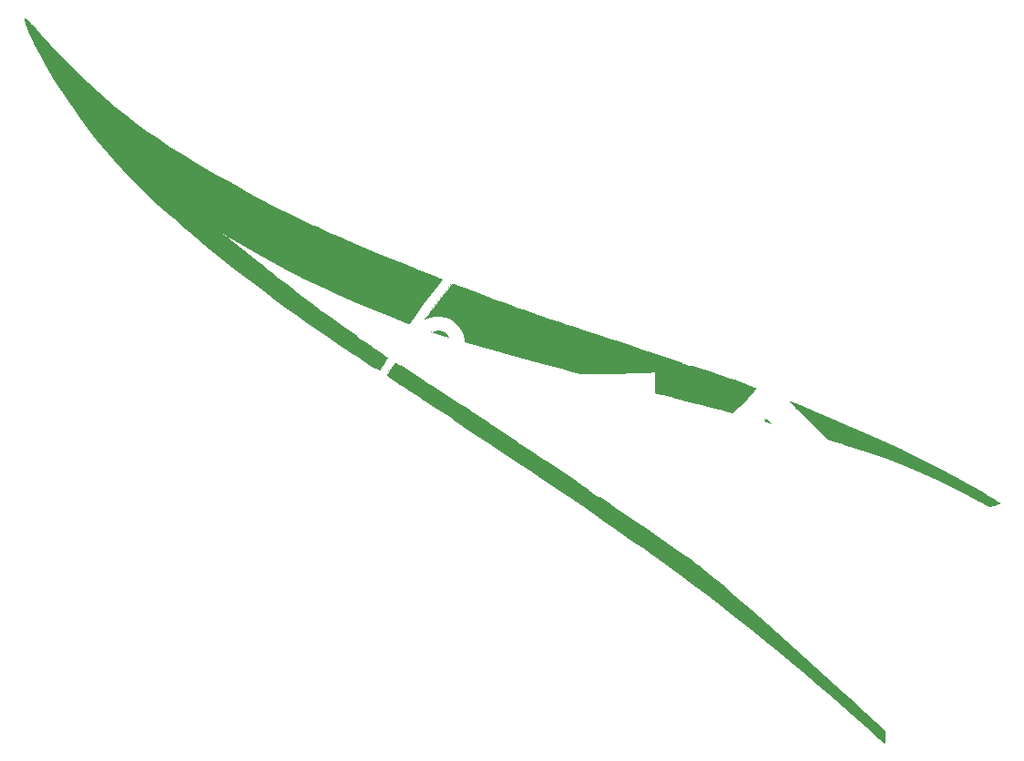
<source format=gto>
G04 #@! TF.GenerationSoftware,KiCad,Pcbnew,(5.1.10)-1*
G04 #@! TF.CreationDate,2021-10-25T12:42:06+03:00*
G04 #@! TF.ProjectId,bottom_plate,626f7474-6f6d-45f7-906c-6174652e6b69,rev?*
G04 #@! TF.SameCoordinates,Original*
G04 #@! TF.FileFunction,Legend,Top*
G04 #@! TF.FilePolarity,Positive*
%FSLAX46Y46*%
G04 Gerber Fmt 4.6, Leading zero omitted, Abs format (unit mm)*
G04 Created by KiCad (PCBNEW (5.1.10)-1) date 2021-10-25 12:42:06*
%MOMM*%
%LPD*%
G01*
G04 APERTURE LIST*
%ADD10C,0.010000*%
%ADD11C,3.800000*%
G04 APERTURE END LIST*
D10*
G36*
X91499224Y-71151889D02*
G01*
X91585200Y-71227881D01*
X91711637Y-71353471D01*
X91871227Y-71521308D01*
X92056664Y-71724038D01*
X92129464Y-71805409D01*
X93103552Y-72882187D01*
X94092087Y-73939604D01*
X95085768Y-74968334D01*
X96075294Y-75959049D01*
X97051366Y-76902423D01*
X98004684Y-77789127D01*
X98835633Y-78531092D01*
X99787211Y-79344462D01*
X100749836Y-80129793D01*
X101731483Y-80892572D01*
X102740130Y-81638288D01*
X103783754Y-82372428D01*
X104870331Y-83100481D01*
X106007837Y-83827936D01*
X107204249Y-84560279D01*
X108467545Y-85303000D01*
X109672966Y-85987473D01*
X110488408Y-86442676D01*
X111237896Y-86859143D01*
X111928707Y-87240634D01*
X112568115Y-87590909D01*
X113163398Y-87913726D01*
X113721832Y-88212846D01*
X114250691Y-88492029D01*
X114757254Y-88755033D01*
X115248794Y-89005618D01*
X115732590Y-89247543D01*
X116215916Y-89484569D01*
X116706048Y-89720455D01*
X117210264Y-89958960D01*
X117735838Y-90203844D01*
X118290047Y-90458866D01*
X118605300Y-90602806D01*
X119581345Y-91042027D01*
X120631068Y-91504283D01*
X121747523Y-91986759D01*
X122923765Y-92486641D01*
X124152848Y-93001111D01*
X125427826Y-93527357D01*
X126741754Y-94062561D01*
X128087685Y-94603909D01*
X129458674Y-95148585D01*
X130847776Y-95693775D01*
X132248044Y-96236663D01*
X133652533Y-96774433D01*
X135054298Y-97304271D01*
X136131300Y-97706507D01*
X136353552Y-97788600D01*
X136586437Y-97873647D01*
X136832684Y-97962561D01*
X137095022Y-98056254D01*
X137376178Y-98155640D01*
X137678881Y-98261631D01*
X138005860Y-98375141D01*
X138359843Y-98497082D01*
X138743558Y-98628367D01*
X139159734Y-98769909D01*
X139611099Y-98922621D01*
X140100382Y-99087416D01*
X140630310Y-99265206D01*
X141203614Y-99456905D01*
X141823020Y-99663426D01*
X142491258Y-99885681D01*
X143211056Y-100124584D01*
X143985142Y-100381047D01*
X144816244Y-100655983D01*
X145707092Y-100950305D01*
X146660413Y-101264926D01*
X147678936Y-101600758D01*
X148765390Y-101958716D01*
X149922502Y-102339711D01*
X151153002Y-102744657D01*
X152459617Y-103174467D01*
X153276300Y-103443036D01*
X153790927Y-103612749D01*
X154313994Y-103786162D01*
X154834789Y-103959669D01*
X155342601Y-104129664D01*
X155826716Y-104292539D01*
X156276424Y-104444687D01*
X156681012Y-104582503D01*
X157029768Y-104702378D01*
X157311981Y-104800707D01*
X157382633Y-104825666D01*
X158862154Y-105361355D01*
X160378093Y-105931118D01*
X161921851Y-106531124D01*
X163484829Y-107157543D01*
X165058428Y-107806542D01*
X166634049Y-108474292D01*
X168203093Y-109156962D01*
X169756961Y-109850720D01*
X171287054Y-110551735D01*
X172784773Y-111256177D01*
X174241520Y-111960215D01*
X175648695Y-112660018D01*
X176997699Y-113351754D01*
X178279933Y-114031594D01*
X179290133Y-114585650D01*
X179592789Y-114756107D01*
X179909579Y-114937534D01*
X180232391Y-115125015D01*
X180553114Y-115313634D01*
X180863636Y-115498476D01*
X181155848Y-115674624D01*
X181421637Y-115837162D01*
X181652893Y-115981174D01*
X181841503Y-116101743D01*
X181979358Y-116193954D01*
X182058346Y-116252891D01*
X182073721Y-116272761D01*
X182021749Y-116296954D01*
X181909143Y-116337575D01*
X181756773Y-116388136D01*
X181585510Y-116442145D01*
X181416225Y-116493114D01*
X181269789Y-116534551D01*
X181167073Y-116559967D01*
X181134455Y-116564834D01*
X181084666Y-116545182D01*
X180971439Y-116489894D01*
X180805336Y-116404469D01*
X180596922Y-116294408D01*
X180356759Y-116165211D01*
X180144314Y-116049272D01*
X178417704Y-115130603D01*
X176709652Y-114282381D01*
X175004172Y-113497755D01*
X173285280Y-112769873D01*
X171536988Y-112091883D01*
X169743312Y-111456935D01*
X168420582Y-111024410D01*
X167856630Y-110848262D01*
X167226596Y-110655529D01*
X166539584Y-110448783D01*
X165804695Y-110230595D01*
X165031034Y-110003537D01*
X164227702Y-109770182D01*
X163403802Y-109533099D01*
X162568438Y-109294862D01*
X161730711Y-109058041D01*
X160899725Y-108825208D01*
X160084583Y-108598935D01*
X159294386Y-108381794D01*
X158538239Y-108176356D01*
X157825243Y-107985192D01*
X157164501Y-107810875D01*
X156565117Y-107655976D01*
X156036192Y-107523066D01*
X155964466Y-107505424D01*
X155185943Y-107313416D01*
X154359328Y-107107442D01*
X153489212Y-106888730D01*
X152580188Y-106658504D01*
X151636847Y-106417992D01*
X150663780Y-106168419D01*
X149665578Y-105911012D01*
X148646834Y-105646997D01*
X147612138Y-105377600D01*
X146566083Y-105104047D01*
X145513260Y-104827564D01*
X144458260Y-104549379D01*
X143405674Y-104270716D01*
X142360095Y-103992802D01*
X141326113Y-103716864D01*
X140308321Y-103444127D01*
X139311310Y-103175818D01*
X138339670Y-102913163D01*
X137397995Y-102657387D01*
X136490874Y-102409719D01*
X135622901Y-102171382D01*
X134798666Y-101943605D01*
X134022760Y-101727612D01*
X133299776Y-101524630D01*
X132634304Y-101335886D01*
X132030937Y-101162605D01*
X131494265Y-101006014D01*
X131028881Y-100867339D01*
X130639376Y-100747806D01*
X130522133Y-100710817D01*
X128938446Y-100185756D01*
X127313739Y-99606543D01*
X125658786Y-98978146D01*
X123984362Y-98305536D01*
X122301241Y-97593682D01*
X120620200Y-96847554D01*
X118952011Y-96072120D01*
X117307451Y-95272351D01*
X115697294Y-94453217D01*
X114132314Y-93619685D01*
X112623288Y-92776727D01*
X111180989Y-91929312D01*
X110274804Y-91372460D01*
X110056827Y-91237161D01*
X109867215Y-91121742D01*
X109716056Y-91032153D01*
X109613439Y-90974345D01*
X109569454Y-90954268D01*
X109568990Y-90956172D01*
X109606392Y-90989978D01*
X109705456Y-91072672D01*
X109861515Y-91200519D01*
X110069905Y-91369782D01*
X110325959Y-91576727D01*
X110625014Y-91817618D01*
X110962402Y-92088719D01*
X111333459Y-92386295D01*
X111733519Y-92706611D01*
X112157918Y-93045931D01*
X112601989Y-93400519D01*
X113061067Y-93766640D01*
X113530487Y-94140558D01*
X114005583Y-94518539D01*
X114481690Y-94896846D01*
X114954143Y-95271744D01*
X115409133Y-95632259D01*
X115988145Y-96088036D01*
X116564426Y-96536085D01*
X117142249Y-96979395D01*
X117725887Y-97420955D01*
X118319613Y-97863751D01*
X118927699Y-98310773D01*
X119554420Y-98765007D01*
X120204047Y-99229443D01*
X120880854Y-99707067D01*
X121589113Y-100200869D01*
X122333098Y-100713837D01*
X123117081Y-101248957D01*
X123945336Y-101809219D01*
X124822134Y-102397610D01*
X125751750Y-103017119D01*
X126738457Y-103670733D01*
X127786526Y-104361441D01*
X128900231Y-105092231D01*
X129472279Y-105466559D01*
X129964106Y-105788329D01*
X130474223Y-106122440D01*
X130992319Y-106462117D01*
X131508078Y-106800581D01*
X132011189Y-107131057D01*
X132491337Y-107446769D01*
X132938209Y-107740938D01*
X133341492Y-108006789D01*
X133690872Y-108237545D01*
X133883829Y-108365275D01*
X134263006Y-108616413D01*
X134696544Y-108903284D01*
X135168078Y-109215076D01*
X135661245Y-109540978D01*
X136159680Y-109870178D01*
X136647019Y-110191863D01*
X137106898Y-110495223D01*
X137387960Y-110680500D01*
X138034272Y-111107411D01*
X138711985Y-111556940D01*
X139417123Y-112026370D01*
X140145705Y-112512980D01*
X140893756Y-113014052D01*
X141657296Y-113526868D01*
X142432348Y-114048709D01*
X143214934Y-114576856D01*
X144001075Y-115108591D01*
X144786795Y-115641194D01*
X145568114Y-116171947D01*
X146341055Y-116698131D01*
X147101640Y-117217027D01*
X147845892Y-117725917D01*
X148569831Y-118222082D01*
X149269481Y-118702804D01*
X149940862Y-119165362D01*
X150579998Y-119607040D01*
X151182910Y-120025117D01*
X151745621Y-120416876D01*
X152264151Y-120779597D01*
X152734524Y-121110562D01*
X153152762Y-121407052D01*
X153514886Y-121666349D01*
X153816918Y-121885733D01*
X154054881Y-122062485D01*
X154165300Y-122146981D01*
X154546621Y-122448748D01*
X154986310Y-122806006D01*
X155481277Y-123216013D01*
X156028429Y-123676026D01*
X156624677Y-124183304D01*
X157266927Y-124735102D01*
X157952090Y-125328680D01*
X158677075Y-125961294D01*
X159438789Y-126630203D01*
X160234141Y-127332662D01*
X161060042Y-128065931D01*
X161913398Y-128827266D01*
X162791120Y-129613925D01*
X163690115Y-130423166D01*
X164607294Y-131252246D01*
X165539564Y-132098423D01*
X166483834Y-132958953D01*
X167437013Y-133831096D01*
X168396011Y-134712107D01*
X169357735Y-135599245D01*
X170040415Y-136231232D01*
X171416363Y-137506928D01*
X171401263Y-137883797D01*
X171391175Y-138075392D01*
X171377628Y-138253468D01*
X171363088Y-138387189D01*
X171358815Y-138414532D01*
X171331466Y-138568397D01*
X171056300Y-138313272D01*
X170492727Y-137794962D01*
X169871527Y-137231336D01*
X169201270Y-136629871D01*
X168490524Y-135998040D01*
X167747858Y-135343317D01*
X166981840Y-134673178D01*
X166201039Y-133995096D01*
X165414023Y-133316546D01*
X164629362Y-132645003D01*
X163855623Y-131987940D01*
X163101376Y-131352832D01*
X162528241Y-130874282D01*
X161354205Y-129902885D01*
X160220007Y-128974888D01*
X159114567Y-128081728D01*
X158026807Y-127214843D01*
X156945651Y-126365672D01*
X155860019Y-125525653D01*
X154758834Y-124686224D01*
X153631018Y-123838823D01*
X152465492Y-122974887D01*
X151251180Y-122085855D01*
X149977002Y-121163166D01*
X149777581Y-121019570D01*
X149036952Y-120489962D01*
X148228277Y-119917904D01*
X147355268Y-119305883D01*
X146421636Y-118656388D01*
X145431093Y-117971907D01*
X144387349Y-117254926D01*
X143294116Y-116507934D01*
X142155104Y-115733418D01*
X140974027Y-114933867D01*
X139754594Y-114111767D01*
X138500517Y-113269608D01*
X137215507Y-112409876D01*
X135903275Y-111535059D01*
X134567533Y-110647645D01*
X133211992Y-109750122D01*
X131840364Y-108844978D01*
X130456358Y-107934700D01*
X129063688Y-107021776D01*
X127666064Y-106108694D01*
X126267197Y-105197942D01*
X124870798Y-104292007D01*
X123537133Y-103429868D01*
X122656920Y-102855390D01*
X121739601Y-102244374D01*
X120791086Y-101601227D01*
X119817285Y-100930356D01*
X118824109Y-100236167D01*
X117817469Y-99523067D01*
X116803275Y-98795463D01*
X115787437Y-98057762D01*
X114775867Y-97314370D01*
X113774474Y-96569695D01*
X112789169Y-95828144D01*
X111825863Y-95094122D01*
X110890466Y-94372038D01*
X109988888Y-93666297D01*
X109127041Y-92981307D01*
X108310834Y-92321474D01*
X107546178Y-91691206D01*
X106838984Y-91094908D01*
X106195163Y-90536989D01*
X105933005Y-90304373D01*
X105679192Y-90079156D01*
X105395343Y-89830302D01*
X105105866Y-89579021D01*
X104835168Y-89346519D01*
X104648859Y-89188565D01*
X103514277Y-88194829D01*
X102381478Y-87125136D01*
X101257294Y-85988046D01*
X100148560Y-84792118D01*
X99062110Y-83545909D01*
X98004779Y-82257981D01*
X96983400Y-80936891D01*
X96004807Y-79591198D01*
X95075836Y-78229462D01*
X94203320Y-76860242D01*
X93394093Y-75492097D01*
X92706033Y-74231500D01*
X92505258Y-73838552D01*
X92312728Y-73444297D01*
X92131585Y-73056553D01*
X91964971Y-72683139D01*
X91816027Y-72331875D01*
X91687895Y-72010578D01*
X91583717Y-71727068D01*
X91506633Y-71489163D01*
X91459785Y-71304683D01*
X91446315Y-71181446D01*
X91461017Y-71132849D01*
X91499224Y-71151889D01*
G37*
X91499224Y-71151889D02*
X91585200Y-71227881D01*
X91711637Y-71353471D01*
X91871227Y-71521308D01*
X92056664Y-71724038D01*
X92129464Y-71805409D01*
X93103552Y-72882187D01*
X94092087Y-73939604D01*
X95085768Y-74968334D01*
X96075294Y-75959049D01*
X97051366Y-76902423D01*
X98004684Y-77789127D01*
X98835633Y-78531092D01*
X99787211Y-79344462D01*
X100749836Y-80129793D01*
X101731483Y-80892572D01*
X102740130Y-81638288D01*
X103783754Y-82372428D01*
X104870331Y-83100481D01*
X106007837Y-83827936D01*
X107204249Y-84560279D01*
X108467545Y-85303000D01*
X109672966Y-85987473D01*
X110488408Y-86442676D01*
X111237896Y-86859143D01*
X111928707Y-87240634D01*
X112568115Y-87590909D01*
X113163398Y-87913726D01*
X113721832Y-88212846D01*
X114250691Y-88492029D01*
X114757254Y-88755033D01*
X115248794Y-89005618D01*
X115732590Y-89247543D01*
X116215916Y-89484569D01*
X116706048Y-89720455D01*
X117210264Y-89958960D01*
X117735838Y-90203844D01*
X118290047Y-90458866D01*
X118605300Y-90602806D01*
X119581345Y-91042027D01*
X120631068Y-91504283D01*
X121747523Y-91986759D01*
X122923765Y-92486641D01*
X124152848Y-93001111D01*
X125427826Y-93527357D01*
X126741754Y-94062561D01*
X128087685Y-94603909D01*
X129458674Y-95148585D01*
X130847776Y-95693775D01*
X132248044Y-96236663D01*
X133652533Y-96774433D01*
X135054298Y-97304271D01*
X136131300Y-97706507D01*
X136353552Y-97788600D01*
X136586437Y-97873647D01*
X136832684Y-97962561D01*
X137095022Y-98056254D01*
X137376178Y-98155640D01*
X137678881Y-98261631D01*
X138005860Y-98375141D01*
X138359843Y-98497082D01*
X138743558Y-98628367D01*
X139159734Y-98769909D01*
X139611099Y-98922621D01*
X140100382Y-99087416D01*
X140630310Y-99265206D01*
X141203614Y-99456905D01*
X141823020Y-99663426D01*
X142491258Y-99885681D01*
X143211056Y-100124584D01*
X143985142Y-100381047D01*
X144816244Y-100655983D01*
X145707092Y-100950305D01*
X146660413Y-101264926D01*
X147678936Y-101600758D01*
X148765390Y-101958716D01*
X149922502Y-102339711D01*
X151153002Y-102744657D01*
X152459617Y-103174467D01*
X153276300Y-103443036D01*
X153790927Y-103612749D01*
X154313994Y-103786162D01*
X154834789Y-103959669D01*
X155342601Y-104129664D01*
X155826716Y-104292539D01*
X156276424Y-104444687D01*
X156681012Y-104582503D01*
X157029768Y-104702378D01*
X157311981Y-104800707D01*
X157382633Y-104825666D01*
X158862154Y-105361355D01*
X160378093Y-105931118D01*
X161921851Y-106531124D01*
X163484829Y-107157543D01*
X165058428Y-107806542D01*
X166634049Y-108474292D01*
X168203093Y-109156962D01*
X169756961Y-109850720D01*
X171287054Y-110551735D01*
X172784773Y-111256177D01*
X174241520Y-111960215D01*
X175648695Y-112660018D01*
X176997699Y-113351754D01*
X178279933Y-114031594D01*
X179290133Y-114585650D01*
X179592789Y-114756107D01*
X179909579Y-114937534D01*
X180232391Y-115125015D01*
X180553114Y-115313634D01*
X180863636Y-115498476D01*
X181155848Y-115674624D01*
X181421637Y-115837162D01*
X181652893Y-115981174D01*
X181841503Y-116101743D01*
X181979358Y-116193954D01*
X182058346Y-116252891D01*
X182073721Y-116272761D01*
X182021749Y-116296954D01*
X181909143Y-116337575D01*
X181756773Y-116388136D01*
X181585510Y-116442145D01*
X181416225Y-116493114D01*
X181269789Y-116534551D01*
X181167073Y-116559967D01*
X181134455Y-116564834D01*
X181084666Y-116545182D01*
X180971439Y-116489894D01*
X180805336Y-116404469D01*
X180596922Y-116294408D01*
X180356759Y-116165211D01*
X180144314Y-116049272D01*
X178417704Y-115130603D01*
X176709652Y-114282381D01*
X175004172Y-113497755D01*
X173285280Y-112769873D01*
X171536988Y-112091883D01*
X169743312Y-111456935D01*
X168420582Y-111024410D01*
X167856630Y-110848262D01*
X167226596Y-110655529D01*
X166539584Y-110448783D01*
X165804695Y-110230595D01*
X165031034Y-110003537D01*
X164227702Y-109770182D01*
X163403802Y-109533099D01*
X162568438Y-109294862D01*
X161730711Y-109058041D01*
X160899725Y-108825208D01*
X160084583Y-108598935D01*
X159294386Y-108381794D01*
X158538239Y-108176356D01*
X157825243Y-107985192D01*
X157164501Y-107810875D01*
X156565117Y-107655976D01*
X156036192Y-107523066D01*
X155964466Y-107505424D01*
X155185943Y-107313416D01*
X154359328Y-107107442D01*
X153489212Y-106888730D01*
X152580188Y-106658504D01*
X151636847Y-106417992D01*
X150663780Y-106168419D01*
X149665578Y-105911012D01*
X148646834Y-105646997D01*
X147612138Y-105377600D01*
X146566083Y-105104047D01*
X145513260Y-104827564D01*
X144458260Y-104549379D01*
X143405674Y-104270716D01*
X142360095Y-103992802D01*
X141326113Y-103716864D01*
X140308321Y-103444127D01*
X139311310Y-103175818D01*
X138339670Y-102913163D01*
X137397995Y-102657387D01*
X136490874Y-102409719D01*
X135622901Y-102171382D01*
X134798666Y-101943605D01*
X134022760Y-101727612D01*
X133299776Y-101524630D01*
X132634304Y-101335886D01*
X132030937Y-101162605D01*
X131494265Y-101006014D01*
X131028881Y-100867339D01*
X130639376Y-100747806D01*
X130522133Y-100710817D01*
X128938446Y-100185756D01*
X127313739Y-99606543D01*
X125658786Y-98978146D01*
X123984362Y-98305536D01*
X122301241Y-97593682D01*
X120620200Y-96847554D01*
X118952011Y-96072120D01*
X117307451Y-95272351D01*
X115697294Y-94453217D01*
X114132314Y-93619685D01*
X112623288Y-92776727D01*
X111180989Y-91929312D01*
X110274804Y-91372460D01*
X110056827Y-91237161D01*
X109867215Y-91121742D01*
X109716056Y-91032153D01*
X109613439Y-90974345D01*
X109569454Y-90954268D01*
X109568990Y-90956172D01*
X109606392Y-90989978D01*
X109705456Y-91072672D01*
X109861515Y-91200519D01*
X110069905Y-91369782D01*
X110325959Y-91576727D01*
X110625014Y-91817618D01*
X110962402Y-92088719D01*
X111333459Y-92386295D01*
X111733519Y-92706611D01*
X112157918Y-93045931D01*
X112601989Y-93400519D01*
X113061067Y-93766640D01*
X113530487Y-94140558D01*
X114005583Y-94518539D01*
X114481690Y-94896846D01*
X114954143Y-95271744D01*
X115409133Y-95632259D01*
X115988145Y-96088036D01*
X116564426Y-96536085D01*
X117142249Y-96979395D01*
X117725887Y-97420955D01*
X118319613Y-97863751D01*
X118927699Y-98310773D01*
X119554420Y-98765007D01*
X120204047Y-99229443D01*
X120880854Y-99707067D01*
X121589113Y-100200869D01*
X122333098Y-100713837D01*
X123117081Y-101248957D01*
X123945336Y-101809219D01*
X124822134Y-102397610D01*
X125751750Y-103017119D01*
X126738457Y-103670733D01*
X127786526Y-104361441D01*
X128900231Y-105092231D01*
X129472279Y-105466559D01*
X129964106Y-105788329D01*
X130474223Y-106122440D01*
X130992319Y-106462117D01*
X131508078Y-106800581D01*
X132011189Y-107131057D01*
X132491337Y-107446769D01*
X132938209Y-107740938D01*
X133341492Y-108006789D01*
X133690872Y-108237545D01*
X133883829Y-108365275D01*
X134263006Y-108616413D01*
X134696544Y-108903284D01*
X135168078Y-109215076D01*
X135661245Y-109540978D01*
X136159680Y-109870178D01*
X136647019Y-110191863D01*
X137106898Y-110495223D01*
X137387960Y-110680500D01*
X138034272Y-111107411D01*
X138711985Y-111556940D01*
X139417123Y-112026370D01*
X140145705Y-112512980D01*
X140893756Y-113014052D01*
X141657296Y-113526868D01*
X142432348Y-114048709D01*
X143214934Y-114576856D01*
X144001075Y-115108591D01*
X144786795Y-115641194D01*
X145568114Y-116171947D01*
X146341055Y-116698131D01*
X147101640Y-117217027D01*
X147845892Y-117725917D01*
X148569831Y-118222082D01*
X149269481Y-118702804D01*
X149940862Y-119165362D01*
X150579998Y-119607040D01*
X151182910Y-120025117D01*
X151745621Y-120416876D01*
X152264151Y-120779597D01*
X152734524Y-121110562D01*
X153152762Y-121407052D01*
X153514886Y-121666349D01*
X153816918Y-121885733D01*
X154054881Y-122062485D01*
X154165300Y-122146981D01*
X154546621Y-122448748D01*
X154986310Y-122806006D01*
X155481277Y-123216013D01*
X156028429Y-123676026D01*
X156624677Y-124183304D01*
X157266927Y-124735102D01*
X157952090Y-125328680D01*
X158677075Y-125961294D01*
X159438789Y-126630203D01*
X160234141Y-127332662D01*
X161060042Y-128065931D01*
X161913398Y-128827266D01*
X162791120Y-129613925D01*
X163690115Y-130423166D01*
X164607294Y-131252246D01*
X165539564Y-132098423D01*
X166483834Y-132958953D01*
X167437013Y-133831096D01*
X168396011Y-134712107D01*
X169357735Y-135599245D01*
X170040415Y-136231232D01*
X171416363Y-137506928D01*
X171401263Y-137883797D01*
X171391175Y-138075392D01*
X171377628Y-138253468D01*
X171363088Y-138387189D01*
X171358815Y-138414532D01*
X171331466Y-138568397D01*
X171056300Y-138313272D01*
X170492727Y-137794962D01*
X169871527Y-137231336D01*
X169201270Y-136629871D01*
X168490524Y-135998040D01*
X167747858Y-135343317D01*
X166981840Y-134673178D01*
X166201039Y-133995096D01*
X165414023Y-133316546D01*
X164629362Y-132645003D01*
X163855623Y-131987940D01*
X163101376Y-131352832D01*
X162528241Y-130874282D01*
X161354205Y-129902885D01*
X160220007Y-128974888D01*
X159114567Y-128081728D01*
X158026807Y-127214843D01*
X156945651Y-126365672D01*
X155860019Y-125525653D01*
X154758834Y-124686224D01*
X153631018Y-123838823D01*
X152465492Y-122974887D01*
X151251180Y-122085855D01*
X149977002Y-121163166D01*
X149777581Y-121019570D01*
X149036952Y-120489962D01*
X148228277Y-119917904D01*
X147355268Y-119305883D01*
X146421636Y-118656388D01*
X145431093Y-117971907D01*
X144387349Y-117254926D01*
X143294116Y-116507934D01*
X142155104Y-115733418D01*
X140974027Y-114933867D01*
X139754594Y-114111767D01*
X138500517Y-113269608D01*
X137215507Y-112409876D01*
X135903275Y-111535059D01*
X134567533Y-110647645D01*
X133211992Y-109750122D01*
X131840364Y-108844978D01*
X130456358Y-107934700D01*
X129063688Y-107021776D01*
X127666064Y-106108694D01*
X126267197Y-105197942D01*
X124870798Y-104292007D01*
X123537133Y-103429868D01*
X122656920Y-102855390D01*
X121739601Y-102244374D01*
X120791086Y-101601227D01*
X119817285Y-100930356D01*
X118824109Y-100236167D01*
X117817469Y-99523067D01*
X116803275Y-98795463D01*
X115787437Y-98057762D01*
X114775867Y-97314370D01*
X113774474Y-96569695D01*
X112789169Y-95828144D01*
X111825863Y-95094122D01*
X110890466Y-94372038D01*
X109988888Y-93666297D01*
X109127041Y-92981307D01*
X108310834Y-92321474D01*
X107546178Y-91691206D01*
X106838984Y-91094908D01*
X106195163Y-90536989D01*
X105933005Y-90304373D01*
X105679192Y-90079156D01*
X105395343Y-89830302D01*
X105105866Y-89579021D01*
X104835168Y-89346519D01*
X104648859Y-89188565D01*
X103514277Y-88194829D01*
X102381478Y-87125136D01*
X101257294Y-85988046D01*
X100148560Y-84792118D01*
X99062110Y-83545909D01*
X98004779Y-82257981D01*
X96983400Y-80936891D01*
X96004807Y-79591198D01*
X95075836Y-78229462D01*
X94203320Y-76860242D01*
X93394093Y-75492097D01*
X92706033Y-74231500D01*
X92505258Y-73838552D01*
X92312728Y-73444297D01*
X92131585Y-73056553D01*
X91964971Y-72683139D01*
X91816027Y-72331875D01*
X91687895Y-72010578D01*
X91583717Y-71727068D01*
X91506633Y-71489163D01*
X91459785Y-71304683D01*
X91446315Y-71181446D01*
X91461017Y-71132849D01*
X91499224Y-71151889D01*
%LPC*%
G36*
X135007350Y-104144412D02*
G01*
X135210407Y-104161349D01*
X135473434Y-104176749D01*
X135798507Y-104190639D01*
X136187707Y-104203050D01*
X136643110Y-104214010D01*
X137166796Y-104223548D01*
X137760844Y-104231693D01*
X138427330Y-104238474D01*
X139168335Y-104243921D01*
X139985936Y-104248061D01*
X140882212Y-104250925D01*
X141859242Y-104252540D01*
X142786100Y-104252953D01*
X143682722Y-104252574D01*
X144498988Y-104251494D01*
X145239206Y-104249647D01*
X145907683Y-104246965D01*
X146508729Y-104243382D01*
X147046650Y-104238831D01*
X147525756Y-104233245D01*
X147950353Y-104226559D01*
X148324751Y-104218705D01*
X148653256Y-104209617D01*
X148940178Y-104199228D01*
X149189824Y-104187472D01*
X149406502Y-104174281D01*
X149594520Y-104159589D01*
X149739350Y-104145403D01*
X149982766Y-104118987D01*
X149982766Y-107048633D01*
X149421850Y-107016716D01*
X149307190Y-107012662D01*
X149114444Y-107008889D01*
X148849316Y-107005397D01*
X148517513Y-107002186D01*
X148124739Y-106999256D01*
X147676700Y-106996608D01*
X147179102Y-106994243D01*
X146637650Y-106992159D01*
X146058050Y-106990357D01*
X145446007Y-106988839D01*
X144807227Y-106987603D01*
X144147415Y-106986650D01*
X143472276Y-106985981D01*
X142787517Y-106985595D01*
X142098842Y-106985493D01*
X141411958Y-106985674D01*
X140732569Y-106986140D01*
X140066382Y-106986891D01*
X139419101Y-106987926D01*
X138796433Y-106989246D01*
X138204082Y-106990851D01*
X137647754Y-106992742D01*
X137133155Y-106994918D01*
X136665990Y-106997380D01*
X136251965Y-107000128D01*
X135896786Y-107003162D01*
X135606157Y-107006483D01*
X135385784Y-107010090D01*
X135241373Y-107013985D01*
X135197850Y-107016147D01*
X134742766Y-107047494D01*
X134742766Y-104117436D01*
X135007350Y-104144412D01*
G37*
X135007350Y-104144412D02*
X135210407Y-104161349D01*
X135473434Y-104176749D01*
X135798507Y-104190639D01*
X136187707Y-104203050D01*
X136643110Y-104214010D01*
X137166796Y-104223548D01*
X137760844Y-104231693D01*
X138427330Y-104238474D01*
X139168335Y-104243921D01*
X139985936Y-104248061D01*
X140882212Y-104250925D01*
X141859242Y-104252540D01*
X142786100Y-104252953D01*
X143682722Y-104252574D01*
X144498988Y-104251494D01*
X145239206Y-104249647D01*
X145907683Y-104246965D01*
X146508729Y-104243382D01*
X147046650Y-104238831D01*
X147525756Y-104233245D01*
X147950353Y-104226559D01*
X148324751Y-104218705D01*
X148653256Y-104209617D01*
X148940178Y-104199228D01*
X149189824Y-104187472D01*
X149406502Y-104174281D01*
X149594520Y-104159589D01*
X149739350Y-104145403D01*
X149982766Y-104118987D01*
X149982766Y-107048633D01*
X149421850Y-107016716D01*
X149307190Y-107012662D01*
X149114444Y-107008889D01*
X148849316Y-107005397D01*
X148517513Y-107002186D01*
X148124739Y-106999256D01*
X147676700Y-106996608D01*
X147179102Y-106994243D01*
X146637650Y-106992159D01*
X146058050Y-106990357D01*
X145446007Y-106988839D01*
X144807227Y-106987603D01*
X144147415Y-106986650D01*
X143472276Y-106985981D01*
X142787517Y-106985595D01*
X142098842Y-106985493D01*
X141411958Y-106985674D01*
X140732569Y-106986140D01*
X140066382Y-106986891D01*
X139419101Y-106987926D01*
X138796433Y-106989246D01*
X138204082Y-106990851D01*
X137647754Y-106992742D01*
X137133155Y-106994918D01*
X136665990Y-106997380D01*
X136251965Y-107000128D01*
X135896786Y-107003162D01*
X135606157Y-107006483D01*
X135385784Y-107010090D01*
X135241373Y-107013985D01*
X135197850Y-107016147D01*
X134742766Y-107047494D01*
X134742766Y-104117436D01*
X135007350Y-104144412D01*
G36*
X112674969Y-99010074D02*
G01*
X112753538Y-99050866D01*
X112862757Y-99121585D01*
X113013555Y-99228276D01*
X113216857Y-99376981D01*
X113318230Y-99451725D01*
X113530341Y-99608382D01*
X113724929Y-99752367D01*
X113889417Y-99874350D01*
X114011230Y-99965006D01*
X114077788Y-100015007D01*
X114078673Y-100015684D01*
X114179080Y-100092611D01*
X113961342Y-100454393D01*
X113874873Y-100607224D01*
X113763152Y-100818361D01*
X113635757Y-101068939D01*
X113502264Y-101340092D01*
X113372251Y-101612955D01*
X113361653Y-101635654D01*
X113012539Y-102367290D01*
X112675259Y-103036291D01*
X112339229Y-103661670D01*
X111993864Y-104262439D01*
X111628582Y-104857607D01*
X111232798Y-105466188D01*
X111211057Y-105498749D01*
X111055404Y-105731319D01*
X110914206Y-105941801D01*
X110794699Y-106119449D01*
X110704116Y-106253521D01*
X110649689Y-106333273D01*
X110638309Y-106349405D01*
X110643110Y-106406016D01*
X110717046Y-106500427D01*
X110806620Y-106586623D01*
X111186226Y-106935653D01*
X111606251Y-107332019D01*
X112053576Y-107762680D01*
X112515082Y-108214594D01*
X112977650Y-108674717D01*
X113428161Y-109130009D01*
X113853494Y-109567427D01*
X114240531Y-109973929D01*
X114552192Y-110310149D01*
X114839402Y-110627160D01*
X115096659Y-110915046D01*
X115319464Y-111168556D01*
X115503314Y-111382436D01*
X115643708Y-111551436D01*
X115736145Y-111670304D01*
X115776123Y-111733788D01*
X115777433Y-111739660D01*
X115746827Y-111775647D01*
X115661161Y-111858617D01*
X115529664Y-111980457D01*
X115361562Y-112133056D01*
X115166083Y-112308300D01*
X114952454Y-112498077D01*
X114729905Y-112694275D01*
X114507661Y-112888780D01*
X114294951Y-113073479D01*
X114101003Y-113240262D01*
X113935044Y-113381014D01*
X113806301Y-113487623D01*
X113724003Y-113551976D01*
X113698216Y-113567633D01*
X113664407Y-113535622D01*
X113590123Y-113447713D01*
X113485219Y-113316089D01*
X113359549Y-113152937D01*
X113313041Y-113091383D01*
X113015745Y-112708083D01*
X112667269Y-112279331D01*
X112278513Y-111817249D01*
X111860379Y-111333955D01*
X111423768Y-110841569D01*
X110979581Y-110352210D01*
X110538719Y-109877997D01*
X110112083Y-109431051D01*
X109710575Y-109023490D01*
X109345095Y-108667434D01*
X109270846Y-108597441D01*
X108966093Y-108312126D01*
X108688488Y-108606402D01*
X108525625Y-108772592D01*
X108311536Y-108981409D01*
X108059496Y-109220634D01*
X107782779Y-109478047D01*
X107494659Y-109741428D01*
X107208410Y-109998559D01*
X106937306Y-110237218D01*
X106694622Y-110445187D01*
X106654600Y-110478737D01*
X105903739Y-111080990D01*
X105126938Y-111657302D01*
X104339733Y-112197217D01*
X103557661Y-112690280D01*
X102796258Y-113126035D01*
X102451604Y-113307230D01*
X101946850Y-113564569D01*
X101232010Y-112814685D01*
X101016827Y-112588876D01*
X100806128Y-112367638D01*
X100611836Y-112163498D01*
X100445870Y-111988982D01*
X100320153Y-111856619D01*
X100274226Y-111808166D01*
X100031280Y-111551533D01*
X100379606Y-111410868D01*
X101285238Y-111009199D01*
X102202982Y-110532593D01*
X103122874Y-109987850D01*
X104034950Y-109381771D01*
X104929246Y-108721157D01*
X105795797Y-108012807D01*
X106624640Y-107263523D01*
X107015849Y-106881628D01*
X107551668Y-106315918D01*
X108068432Y-105713969D01*
X108558617Y-105086954D01*
X109014701Y-104446047D01*
X109429161Y-103802419D01*
X109794473Y-103167243D01*
X110103115Y-102551693D01*
X110347563Y-101966940D01*
X110374073Y-101894217D01*
X110483946Y-101587300D01*
X107045273Y-101587403D01*
X106348831Y-101587827D01*
X105730181Y-101589158D01*
X105182454Y-101591554D01*
X104698777Y-101595171D01*
X104272279Y-101600164D01*
X103896091Y-101606690D01*
X103563341Y-101614906D01*
X103267158Y-101624967D01*
X103000671Y-101637030D01*
X102757010Y-101651252D01*
X102529304Y-101667787D01*
X102310681Y-101686794D01*
X102199016Y-101697634D01*
X101934433Y-101724163D01*
X101934433Y-99077976D01*
X102156683Y-99103829D01*
X102375223Y-99125879D01*
X102630673Y-99145187D01*
X102927518Y-99161833D01*
X103270244Y-99175899D01*
X103663333Y-99187465D01*
X104111271Y-99196611D01*
X104618543Y-99203417D01*
X105189633Y-99207966D01*
X105829025Y-99210336D01*
X106541205Y-99210609D01*
X107330657Y-99208865D01*
X107882266Y-99206712D01*
X108557179Y-99203574D01*
X109153270Y-99200411D01*
X109676386Y-99196969D01*
X110132372Y-99192997D01*
X110527072Y-99188241D01*
X110866333Y-99182451D01*
X111156000Y-99175372D01*
X111401918Y-99166755D01*
X111609933Y-99156345D01*
X111785889Y-99143890D01*
X111935633Y-99129139D01*
X112065009Y-99111840D01*
X112179863Y-99091739D01*
X112286041Y-99068584D01*
X112389387Y-99042124D01*
X112495747Y-99012107D01*
X112513897Y-99006822D01*
X112566075Y-98994096D01*
X112616124Y-98993166D01*
X112674969Y-99010074D01*
G37*
X112674969Y-99010074D02*
X112753538Y-99050866D01*
X112862757Y-99121585D01*
X113013555Y-99228276D01*
X113216857Y-99376981D01*
X113318230Y-99451725D01*
X113530341Y-99608382D01*
X113724929Y-99752367D01*
X113889417Y-99874350D01*
X114011230Y-99965006D01*
X114077788Y-100015007D01*
X114078673Y-100015684D01*
X114179080Y-100092611D01*
X113961342Y-100454393D01*
X113874873Y-100607224D01*
X113763152Y-100818361D01*
X113635757Y-101068939D01*
X113502264Y-101340092D01*
X113372251Y-101612955D01*
X113361653Y-101635654D01*
X113012539Y-102367290D01*
X112675259Y-103036291D01*
X112339229Y-103661670D01*
X111993864Y-104262439D01*
X111628582Y-104857607D01*
X111232798Y-105466188D01*
X111211057Y-105498749D01*
X111055404Y-105731319D01*
X110914206Y-105941801D01*
X110794699Y-106119449D01*
X110704116Y-106253521D01*
X110649689Y-106333273D01*
X110638309Y-106349405D01*
X110643110Y-106406016D01*
X110717046Y-106500427D01*
X110806620Y-106586623D01*
X111186226Y-106935653D01*
X111606251Y-107332019D01*
X112053576Y-107762680D01*
X112515082Y-108214594D01*
X112977650Y-108674717D01*
X113428161Y-109130009D01*
X113853494Y-109567427D01*
X114240531Y-109973929D01*
X114552192Y-110310149D01*
X114839402Y-110627160D01*
X115096659Y-110915046D01*
X115319464Y-111168556D01*
X115503314Y-111382436D01*
X115643708Y-111551436D01*
X115736145Y-111670304D01*
X115776123Y-111733788D01*
X115777433Y-111739660D01*
X115746827Y-111775647D01*
X115661161Y-111858617D01*
X115529664Y-111980457D01*
X115361562Y-112133056D01*
X115166083Y-112308300D01*
X114952454Y-112498077D01*
X114729905Y-112694275D01*
X114507661Y-112888780D01*
X114294951Y-113073479D01*
X114101003Y-113240262D01*
X113935044Y-113381014D01*
X113806301Y-113487623D01*
X113724003Y-113551976D01*
X113698216Y-113567633D01*
X113664407Y-113535622D01*
X113590123Y-113447713D01*
X113485219Y-113316089D01*
X113359549Y-113152937D01*
X113313041Y-113091383D01*
X113015745Y-112708083D01*
X112667269Y-112279331D01*
X112278513Y-111817249D01*
X111860379Y-111333955D01*
X111423768Y-110841569D01*
X110979581Y-110352210D01*
X110538719Y-109877997D01*
X110112083Y-109431051D01*
X109710575Y-109023490D01*
X109345095Y-108667434D01*
X109270846Y-108597441D01*
X108966093Y-108312126D01*
X108688488Y-108606402D01*
X108525625Y-108772592D01*
X108311536Y-108981409D01*
X108059496Y-109220634D01*
X107782779Y-109478047D01*
X107494659Y-109741428D01*
X107208410Y-109998559D01*
X106937306Y-110237218D01*
X106694622Y-110445187D01*
X106654600Y-110478737D01*
X105903739Y-111080990D01*
X105126938Y-111657302D01*
X104339733Y-112197217D01*
X103557661Y-112690280D01*
X102796258Y-113126035D01*
X102451604Y-113307230D01*
X101946850Y-113564569D01*
X101232010Y-112814685D01*
X101016827Y-112588876D01*
X100806128Y-112367638D01*
X100611836Y-112163498D01*
X100445870Y-111988982D01*
X100320153Y-111856619D01*
X100274226Y-111808166D01*
X100031280Y-111551533D01*
X100379606Y-111410868D01*
X101285238Y-111009199D01*
X102202982Y-110532593D01*
X103122874Y-109987850D01*
X104034950Y-109381771D01*
X104929246Y-108721157D01*
X105795797Y-108012807D01*
X106624640Y-107263523D01*
X107015849Y-106881628D01*
X107551668Y-106315918D01*
X108068432Y-105713969D01*
X108558617Y-105086954D01*
X109014701Y-104446047D01*
X109429161Y-103802419D01*
X109794473Y-103167243D01*
X110103115Y-102551693D01*
X110347563Y-101966940D01*
X110374073Y-101894217D01*
X110483946Y-101587300D01*
X107045273Y-101587403D01*
X106348831Y-101587827D01*
X105730181Y-101589158D01*
X105182454Y-101591554D01*
X104698777Y-101595171D01*
X104272279Y-101600164D01*
X103896091Y-101606690D01*
X103563341Y-101614906D01*
X103267158Y-101624967D01*
X103000671Y-101637030D01*
X102757010Y-101651252D01*
X102529304Y-101667787D01*
X102310681Y-101686794D01*
X102199016Y-101697634D01*
X101934433Y-101724163D01*
X101934433Y-99077976D01*
X102156683Y-99103829D01*
X102375223Y-99125879D01*
X102630673Y-99145187D01*
X102927518Y-99161833D01*
X103270244Y-99175899D01*
X103663333Y-99187465D01*
X104111271Y-99196611D01*
X104618543Y-99203417D01*
X105189633Y-99207966D01*
X105829025Y-99210336D01*
X106541205Y-99210609D01*
X107330657Y-99208865D01*
X107882266Y-99206712D01*
X108557179Y-99203574D01*
X109153270Y-99200411D01*
X109676386Y-99196969D01*
X110132372Y-99192997D01*
X110527072Y-99188241D01*
X110866333Y-99182451D01*
X111156000Y-99175372D01*
X111401918Y-99166755D01*
X111609933Y-99156345D01*
X111785889Y-99143890D01*
X111935633Y-99129139D01*
X112065009Y-99111840D01*
X112179863Y-99091739D01*
X112286041Y-99068584D01*
X112389387Y-99042124D01*
X112495747Y-99012107D01*
X112513897Y-99006822D01*
X112566075Y-98994096D01*
X112616124Y-98993166D01*
X112674969Y-99010074D01*
G36*
X150818828Y-106242666D02*
G01*
X150967724Y-106271908D01*
X151135610Y-106310329D01*
X151302203Y-106352999D01*
X151447216Y-106394991D01*
X151550368Y-106431376D01*
X151591372Y-106457226D01*
X151591433Y-106457940D01*
X151568772Y-106503857D01*
X151505803Y-106608240D01*
X151410046Y-106759690D01*
X151289020Y-106946809D01*
X151150244Y-107158200D01*
X151001238Y-107382464D01*
X150849522Y-107608203D01*
X150702615Y-107824018D01*
X150568037Y-108018512D01*
X150475830Y-108148967D01*
X150415971Y-108230346D01*
X150310800Y-108370812D01*
X150164403Y-108565015D01*
X149980863Y-108807608D01*
X149764264Y-109093241D01*
X149518692Y-109416566D01*
X149248229Y-109772233D01*
X148956962Y-110154895D01*
X148648973Y-110559202D01*
X148328346Y-110979806D01*
X147999167Y-111411357D01*
X147665520Y-111848508D01*
X147331488Y-112285910D01*
X147001156Y-112718213D01*
X146678609Y-113140069D01*
X146367930Y-113546130D01*
X146073203Y-113931046D01*
X145798514Y-114289470D01*
X145547946Y-114616051D01*
X145325584Y-114905442D01*
X145135511Y-115152293D01*
X144981812Y-115351257D01*
X144868572Y-115496984D01*
X144799874Y-115584125D01*
X144781104Y-115606751D01*
X144738382Y-115594853D01*
X144641250Y-115541756D01*
X144503890Y-115455893D01*
X144340484Y-115345697D01*
X144331266Y-115339268D01*
X144162035Y-115221621D01*
X144014425Y-115120094D01*
X143904335Y-115045550D01*
X143847731Y-115008890D01*
X143840968Y-114981233D01*
X143871119Y-114921497D01*
X143942839Y-114823719D01*
X144060784Y-114681937D01*
X144229611Y-114490185D01*
X144399055Y-114302707D01*
X145236521Y-113361123D01*
X146084458Y-112365770D01*
X146930402Y-111332592D01*
X147761885Y-110277530D01*
X148566441Y-109216527D01*
X149331603Y-108165527D01*
X150044906Y-107140472D01*
X150319874Y-106730800D01*
X150437154Y-106554920D01*
X150538782Y-106404123D01*
X150615030Y-106292727D01*
X150656170Y-106235051D01*
X150659142Y-106231429D01*
X150709206Y-106227530D01*
X150818828Y-106242666D01*
G37*
X150818828Y-106242666D02*
X150967724Y-106271908D01*
X151135610Y-106310329D01*
X151302203Y-106352999D01*
X151447216Y-106394991D01*
X151550368Y-106431376D01*
X151591372Y-106457226D01*
X151591433Y-106457940D01*
X151568772Y-106503857D01*
X151505803Y-106608240D01*
X151410046Y-106759690D01*
X151289020Y-106946809D01*
X151150244Y-107158200D01*
X151001238Y-107382464D01*
X150849522Y-107608203D01*
X150702615Y-107824018D01*
X150568037Y-108018512D01*
X150475830Y-108148967D01*
X150415971Y-108230346D01*
X150310800Y-108370812D01*
X150164403Y-108565015D01*
X149980863Y-108807608D01*
X149764264Y-109093241D01*
X149518692Y-109416566D01*
X149248229Y-109772233D01*
X148956962Y-110154895D01*
X148648973Y-110559202D01*
X148328346Y-110979806D01*
X147999167Y-111411357D01*
X147665520Y-111848508D01*
X147331488Y-112285910D01*
X147001156Y-112718213D01*
X146678609Y-113140069D01*
X146367930Y-113546130D01*
X146073203Y-113931046D01*
X145798514Y-114289470D01*
X145547946Y-114616051D01*
X145325584Y-114905442D01*
X145135511Y-115152293D01*
X144981812Y-115351257D01*
X144868572Y-115496984D01*
X144799874Y-115584125D01*
X144781104Y-115606751D01*
X144738382Y-115594853D01*
X144641250Y-115541756D01*
X144503890Y-115455893D01*
X144340484Y-115345697D01*
X144331266Y-115339268D01*
X144162035Y-115221621D01*
X144014425Y-115120094D01*
X143904335Y-115045550D01*
X143847731Y-115008890D01*
X143840968Y-114981233D01*
X143871119Y-114921497D01*
X143942839Y-114823719D01*
X144060784Y-114681937D01*
X144229611Y-114490185D01*
X144399055Y-114302707D01*
X145236521Y-113361123D01*
X146084458Y-112365770D01*
X146930402Y-111332592D01*
X147761885Y-110277530D01*
X148566441Y-109216527D01*
X149331603Y-108165527D01*
X150044906Y-107140472D01*
X150319874Y-106730800D01*
X150437154Y-106554920D01*
X150538782Y-106404123D01*
X150615030Y-106292727D01*
X150656170Y-106235051D01*
X150659142Y-106231429D01*
X150709206Y-106227530D01*
X150818828Y-106242666D01*
G36*
X142718997Y-116172781D02*
G01*
X142817209Y-116234433D01*
X142953602Y-116324734D01*
X143113534Y-116433494D01*
X143282361Y-116550526D01*
X143445440Y-116665640D01*
X143588127Y-116768648D01*
X143695779Y-116849361D01*
X143753754Y-116897591D01*
X143759766Y-116905702D01*
X143734455Y-116946230D01*
X143662858Y-117044625D01*
X143551482Y-117192560D01*
X143406833Y-117381708D01*
X143235418Y-117603745D01*
X143043742Y-117850342D01*
X142838311Y-118113175D01*
X142625633Y-118383916D01*
X142412212Y-118654239D01*
X142204556Y-118915818D01*
X142009170Y-119160326D01*
X141832561Y-119379438D01*
X141695048Y-119548037D01*
X141474739Y-119810679D01*
X141287348Y-120019453D01*
X141116701Y-120189472D01*
X140946623Y-120335850D01*
X140760939Y-120473698D01*
X140563600Y-120605220D01*
X140163794Y-120841552D01*
X139790342Y-121020588D01*
X139449578Y-121140180D01*
X139147837Y-121198176D01*
X138891452Y-121192428D01*
X138854298Y-121185282D01*
X138646823Y-121100660D01*
X138488440Y-120956616D01*
X138383283Y-120765473D01*
X138335490Y-120539554D01*
X138349194Y-120291183D01*
X138428533Y-120032682D01*
X138451136Y-119983914D01*
X138553878Y-119799354D01*
X138685936Y-119609305D01*
X138852492Y-119408950D01*
X139058729Y-119193472D01*
X139309830Y-118958057D01*
X139610977Y-118697886D01*
X139967353Y-118408143D01*
X140384140Y-118084013D01*
X140866523Y-117720678D01*
X140965766Y-117647001D01*
X141203354Y-117462917D01*
X141472720Y-117241169D01*
X141746704Y-117004883D01*
X141998149Y-116777183D01*
X142093502Y-116686778D01*
X142271650Y-116516053D01*
X142428792Y-116367737D01*
X142554903Y-116251109D01*
X142639954Y-116175448D01*
X142673610Y-116149967D01*
X142718997Y-116172781D01*
G37*
X142718997Y-116172781D02*
X142817209Y-116234433D01*
X142953602Y-116324734D01*
X143113534Y-116433494D01*
X143282361Y-116550526D01*
X143445440Y-116665640D01*
X143588127Y-116768648D01*
X143695779Y-116849361D01*
X143753754Y-116897591D01*
X143759766Y-116905702D01*
X143734455Y-116946230D01*
X143662858Y-117044625D01*
X143551482Y-117192560D01*
X143406833Y-117381708D01*
X143235418Y-117603745D01*
X143043742Y-117850342D01*
X142838311Y-118113175D01*
X142625633Y-118383916D01*
X142412212Y-118654239D01*
X142204556Y-118915818D01*
X142009170Y-119160326D01*
X141832561Y-119379438D01*
X141695048Y-119548037D01*
X141474739Y-119810679D01*
X141287348Y-120019453D01*
X141116701Y-120189472D01*
X140946623Y-120335850D01*
X140760939Y-120473698D01*
X140563600Y-120605220D01*
X140163794Y-120841552D01*
X139790342Y-121020588D01*
X139449578Y-121140180D01*
X139147837Y-121198176D01*
X138891452Y-121192428D01*
X138854298Y-121185282D01*
X138646823Y-121100660D01*
X138488440Y-120956616D01*
X138383283Y-120765473D01*
X138335490Y-120539554D01*
X138349194Y-120291183D01*
X138428533Y-120032682D01*
X138451136Y-119983914D01*
X138553878Y-119799354D01*
X138685936Y-119609305D01*
X138852492Y-119408950D01*
X139058729Y-119193472D01*
X139309830Y-118958057D01*
X139610977Y-118697886D01*
X139967353Y-118408143D01*
X140384140Y-118084013D01*
X140866523Y-117720678D01*
X140965766Y-117647001D01*
X141203354Y-117462917D01*
X141472720Y-117241169D01*
X141746704Y-117004883D01*
X141998149Y-116777183D01*
X142093502Y-116686778D01*
X142271650Y-116516053D01*
X142428792Y-116367737D01*
X142554903Y-116251109D01*
X142639954Y-116175448D01*
X142673610Y-116149967D01*
X142718997Y-116172781D01*
G36*
X153440298Y-80243137D02*
G01*
X154160152Y-80329638D01*
X154815942Y-80468870D01*
X155411358Y-80662791D01*
X155950090Y-80913361D01*
X156435829Y-81222536D01*
X156872263Y-81592276D01*
X157263084Y-82024539D01*
X157550523Y-82424583D01*
X157840140Y-82939405D01*
X158086036Y-83523652D01*
X158287765Y-84173979D01*
X158444877Y-84887037D01*
X158556925Y-85659480D01*
X158623463Y-86487962D01*
X158644041Y-87369133D01*
X158618213Y-88299649D01*
X158545530Y-89276162D01*
X158511293Y-89606967D01*
X158372038Y-90619309D01*
X158173730Y-91666945D01*
X157915510Y-92752774D01*
X157596517Y-93879697D01*
X157215889Y-95050615D01*
X156772766Y-96268428D01*
X156266287Y-97536036D01*
X155911582Y-98367703D01*
X155807906Y-98606873D01*
X155716932Y-98819834D01*
X155643777Y-98994354D01*
X155593557Y-99118202D01*
X155571386Y-99179146D01*
X155570766Y-99182619D01*
X155611857Y-99189320D01*
X155730167Y-99195248D01*
X155918253Y-99200414D01*
X156168671Y-99204831D01*
X156473977Y-99208509D01*
X156826728Y-99211460D01*
X157219479Y-99213697D01*
X157644788Y-99215230D01*
X158095210Y-99216071D01*
X158563302Y-99216233D01*
X159041620Y-99215725D01*
X159522720Y-99214561D01*
X159999159Y-99212751D01*
X160463494Y-99210307D01*
X160908279Y-99207241D01*
X161326072Y-99203565D01*
X161709429Y-99199290D01*
X162050906Y-99194427D01*
X162343060Y-99188988D01*
X162578446Y-99182986D01*
X162749622Y-99176430D01*
X162829750Y-99171303D01*
X163064960Y-99147078D01*
X163303660Y-99116425D01*
X163513897Y-99083747D01*
X163634084Y-99060469D01*
X163790407Y-99027003D01*
X163919137Y-99001993D01*
X163993440Y-98990636D01*
X163995100Y-98990528D01*
X164045349Y-99013544D01*
X164149614Y-99078826D01*
X164295768Y-99177492D01*
X164471685Y-99300662D01*
X164665239Y-99439454D01*
X164864302Y-99584987D01*
X165056748Y-99728378D01*
X165230451Y-99860748D01*
X165373285Y-99973214D01*
X165473122Y-100056896D01*
X165517836Y-100102912D01*
X165519100Y-100106689D01*
X165498001Y-100157757D01*
X165442205Y-100259620D01*
X165362958Y-100391957D01*
X165347319Y-100417050D01*
X165281754Y-100531230D01*
X165187677Y-100708298D01*
X165072140Y-100934309D01*
X164942191Y-101195315D01*
X164804880Y-101477370D01*
X164695938Y-101705690D01*
X164332661Y-102457033D01*
X163982295Y-103144384D01*
X163634963Y-103785296D01*
X163280789Y-104397318D01*
X162909895Y-104998003D01*
X162512405Y-105604900D01*
X162447743Y-105700705D01*
X161969747Y-106406277D01*
X162548507Y-106928088D01*
X162818215Y-107175646D01*
X163112824Y-107453915D01*
X163427350Y-107757626D01*
X163756809Y-108081512D01*
X164096217Y-108420305D01*
X164440592Y-108768738D01*
X164784950Y-109121541D01*
X165124307Y-109473448D01*
X165453680Y-109819191D01*
X165768086Y-110153502D01*
X166062540Y-110471113D01*
X166332061Y-110766757D01*
X166571663Y-111035165D01*
X166776364Y-111271069D01*
X166941181Y-111469203D01*
X167061129Y-111624298D01*
X167131226Y-111731086D01*
X167146488Y-111784300D01*
X167144714Y-111786557D01*
X167049546Y-111872078D01*
X166909712Y-111995065D01*
X166734440Y-112147633D01*
X166532955Y-112321896D01*
X166314485Y-112509968D01*
X166088255Y-112703963D01*
X165863493Y-112895994D01*
X165649425Y-113078175D01*
X165455277Y-113242620D01*
X165290277Y-113381444D01*
X165163650Y-113486759D01*
X165084623Y-113550680D01*
X165061969Y-113566729D01*
X165022734Y-113534495D01*
X164954595Y-113452936D01*
X164905829Y-113386813D01*
X164682816Y-113084314D01*
X164406768Y-112731753D01*
X164085480Y-112337957D01*
X163726747Y-111911753D01*
X163338365Y-111461970D01*
X162928128Y-110997436D01*
X162503832Y-110526978D01*
X162073272Y-110059424D01*
X161644243Y-109603601D01*
X161224541Y-109168339D01*
X160825273Y-108765749D01*
X160358900Y-108303031D01*
X159646865Y-108998582D01*
X158781294Y-109810131D01*
X157895837Y-110574432D01*
X156998614Y-111285494D01*
X156097748Y-111937325D01*
X155201359Y-112523936D01*
X154317569Y-113039336D01*
X153805853Y-113307332D01*
X153289774Y-113565776D01*
X153149687Y-113402689D01*
X153083221Y-113328971D01*
X152967216Y-113204241D01*
X152810988Y-113038349D01*
X152623852Y-112841147D01*
X152415125Y-112622486D01*
X152196452Y-112394639D01*
X151383304Y-111549676D01*
X151749927Y-111407066D01*
X151976915Y-111312583D01*
X152258546Y-111185764D01*
X152575773Y-111035960D01*
X152909547Y-110872522D01*
X153240821Y-110704802D01*
X153550544Y-110542151D01*
X153819670Y-110393921D01*
X153856266Y-110372987D01*
X154717253Y-109846366D01*
X155568716Y-109265042D01*
X156400305Y-108638073D01*
X157201667Y-107974519D01*
X157962452Y-107283437D01*
X158672309Y-106573886D01*
X159320885Y-105854924D01*
X159897830Y-105135609D01*
X160001792Y-104995133D01*
X160246682Y-104646947D01*
X160499316Y-104265121D01*
X160748956Y-103867478D01*
X160984864Y-103471844D01*
X161196302Y-103096044D01*
X161372533Y-102757902D01*
X161458498Y-102576992D01*
X161533754Y-102405601D01*
X161613301Y-102216144D01*
X161690108Y-102026439D01*
X161757144Y-101854306D01*
X161807378Y-101717565D01*
X161833779Y-101634034D01*
X161836100Y-101620015D01*
X161795015Y-101614953D01*
X161676753Y-101610305D01*
X161488802Y-101606080D01*
X161238650Y-101602282D01*
X160933786Y-101598918D01*
X160581698Y-101595995D01*
X160189875Y-101593519D01*
X159765805Y-101591496D01*
X159316975Y-101589932D01*
X158850876Y-101588834D01*
X158374994Y-101588208D01*
X157896818Y-101588060D01*
X157423838Y-101588397D01*
X156963540Y-101589225D01*
X156523413Y-101590550D01*
X156110947Y-101592378D01*
X155733628Y-101594716D01*
X155398946Y-101597571D01*
X155114388Y-101600947D01*
X154887444Y-101604852D01*
X154725601Y-101609292D01*
X154639433Y-101613968D01*
X154364266Y-101640033D01*
X153878425Y-102545000D01*
X153741572Y-102796490D01*
X153615815Y-103021115D01*
X153507161Y-103208665D01*
X153421616Y-103348930D01*
X153365185Y-103431700D01*
X153346090Y-103449966D01*
X153289589Y-103437244D01*
X153174876Y-103403696D01*
X153023724Y-103356253D01*
X152857909Y-103301844D01*
X152699205Y-103247399D01*
X152619836Y-103218844D01*
X152621611Y-103176253D01*
X152667033Y-103066496D01*
X152754063Y-102893694D01*
X152880664Y-102661966D01*
X152991252Y-102467743D01*
X153142311Y-102202543D01*
X153251433Y-102002511D01*
X153321741Y-101861135D01*
X153356362Y-101771904D01*
X153358420Y-101728308D01*
X153349266Y-101721779D01*
X153330986Y-101709027D01*
X153316454Y-101673708D01*
X153305254Y-101607309D01*
X153296975Y-101501317D01*
X153291204Y-101347219D01*
X153287526Y-101136501D01*
X153285529Y-100860651D01*
X153284800Y-100511157D01*
X153284766Y-100393034D01*
X153284766Y-99077976D01*
X153507016Y-99103637D01*
X153639737Y-99116352D01*
X153830103Y-99131255D01*
X154051192Y-99146364D01*
X154246070Y-99158050D01*
X154762873Y-99186802D01*
X154917115Y-98852468D01*
X155406260Y-97741560D01*
X155862349Y-96603735D01*
X156281434Y-95451632D01*
X156659564Y-94297890D01*
X156992791Y-93155146D01*
X157277164Y-92036039D01*
X157508734Y-90953208D01*
X157660818Y-90072633D01*
X157727308Y-89620779D01*
X157778935Y-89230254D01*
X157817403Y-88879358D01*
X157844419Y-88546392D01*
X157861689Y-88209654D01*
X157870918Y-87847445D01*
X157873813Y-87438064D01*
X157873799Y-87363300D01*
X157868873Y-86874152D01*
X157853839Y-86450860D01*
X157826717Y-86075003D01*
X157785523Y-85728160D01*
X157728276Y-85391911D01*
X157652994Y-85047835D01*
X157603281Y-84848958D01*
X157390642Y-84168316D01*
X157122029Y-83550522D01*
X156797773Y-82995957D01*
X156418209Y-82505003D01*
X155983668Y-82078039D01*
X155494485Y-81715448D01*
X154950991Y-81417611D01*
X154420892Y-81206976D01*
X153783419Y-81036877D01*
X153102987Y-80938559D01*
X152380979Y-80911680D01*
X151618779Y-80955895D01*
X150817770Y-81070861D01*
X149979337Y-81256233D01*
X149104864Y-81511669D01*
X148195734Y-81836823D01*
X147253330Y-82231353D01*
X146279037Y-82694915D01*
X145274238Y-83227164D01*
X144500600Y-83671726D01*
X144082437Y-83927374D01*
X143625179Y-84220241D01*
X143143464Y-84540058D01*
X142651929Y-84876558D01*
X142165211Y-85219471D01*
X141697949Y-85558529D01*
X141264780Y-85883463D01*
X140880342Y-86184006D01*
X140648266Y-86374207D01*
X140482081Y-86511217D01*
X140280172Y-86673845D01*
X140074330Y-86836616D01*
X139970933Y-86916990D01*
X139074648Y-87634980D01*
X138150791Y-88427095D01*
X137203598Y-89288995D01*
X136237306Y-90216339D01*
X135256150Y-91204789D01*
X134264369Y-92250004D01*
X133266197Y-93347645D01*
X132265872Y-94493371D01*
X131267630Y-95682844D01*
X130547053Y-96570800D01*
X130317315Y-96859771D01*
X130070483Y-97173524D01*
X129814884Y-97501204D01*
X129558846Y-97831959D01*
X129310695Y-98154934D01*
X129078758Y-98459275D01*
X128871361Y-98734130D01*
X128696832Y-98968644D01*
X128563497Y-99151963D01*
X128524817Y-99206725D01*
X128428373Y-99344983D01*
X128717486Y-99196354D01*
X129144232Y-99022575D01*
X129583574Y-98931313D01*
X130028965Y-98922612D01*
X130473857Y-98996515D01*
X130911701Y-99153066D01*
X130971605Y-99181357D01*
X131244818Y-99349589D01*
X131513771Y-99578590D01*
X131756736Y-99846282D01*
X131951982Y-100130591D01*
X132006344Y-100232633D01*
X132175312Y-100654542D01*
X132263262Y-101068353D01*
X132271687Y-101484960D01*
X132223747Y-101820133D01*
X132093013Y-102243207D01*
X131889916Y-102629914D01*
X131621859Y-102972274D01*
X131296244Y-103262308D01*
X130920474Y-103492038D01*
X130530600Y-103645135D01*
X130233820Y-103704603D01*
X129895678Y-103725548D01*
X129549929Y-103708507D01*
X129230327Y-103654019D01*
X129119732Y-103622629D01*
X128718450Y-103450274D01*
X128357864Y-103211360D01*
X128046732Y-102915242D01*
X127793817Y-102571270D01*
X127607876Y-102188797D01*
X127526518Y-101921601D01*
X127489054Y-101698409D01*
X127468498Y-101438060D01*
X127466785Y-101284052D01*
X128680811Y-101284052D01*
X128714282Y-101612474D01*
X128821630Y-101902803D01*
X128998564Y-102148731D01*
X129240793Y-102343949D01*
X129480648Y-102460098D01*
X129671953Y-102500649D01*
X129902421Y-102504870D01*
X130135951Y-102475211D01*
X130336443Y-102414124D01*
X130366197Y-102400000D01*
X130604268Y-102252394D01*
X130782977Y-102075637D01*
X130906122Y-101886190D01*
X131017072Y-101602546D01*
X131051030Y-101316049D01*
X131014553Y-101037565D01*
X130914197Y-100777961D01*
X130756518Y-100548101D01*
X130548072Y-100358853D01*
X130295416Y-100221081D01*
X130005107Y-100145653D01*
X129849322Y-100134725D01*
X129552020Y-100171636D01*
X129281583Y-100281127D01*
X129048716Y-100452670D01*
X128864124Y-100675735D01*
X128738511Y-100939792D01*
X128682584Y-101234313D01*
X128680811Y-101284052D01*
X127466785Y-101284052D01*
X127465548Y-101172978D01*
X127480905Y-100935583D01*
X127502437Y-100805322D01*
X127524434Y-100698011D01*
X127532191Y-100633467D01*
X127530796Y-100626552D01*
X127500456Y-100652152D01*
X127429918Y-100738318D01*
X127326020Y-100875221D01*
X127195603Y-101053029D01*
X127045507Y-101261910D01*
X126882569Y-101492035D01*
X126713632Y-101733572D01*
X126545533Y-101976690D01*
X126385113Y-102211559D01*
X126239212Y-102428347D01*
X126114668Y-102617224D01*
X126018322Y-102768358D01*
X125957013Y-102871919D01*
X125937433Y-102916764D01*
X125965082Y-102965667D01*
X126038631Y-103057161D01*
X126143980Y-103174097D01*
X126180850Y-103212791D01*
X126285777Y-103324268D01*
X126335957Y-103386754D01*
X126328289Y-103400200D01*
X126259674Y-103364558D01*
X126127010Y-103279780D01*
X126022856Y-103210333D01*
X125921053Y-103148521D01*
X125845843Y-103114437D01*
X125832356Y-103112063D01*
X125797617Y-103146860D01*
X125727708Y-103242981D01*
X125630418Y-103388790D01*
X125513538Y-103572654D01*
X125400089Y-103757646D01*
X125253809Y-104003653D01*
X125150281Y-104187122D01*
X125085545Y-104316135D01*
X125055648Y-104398772D01*
X125056631Y-104443115D01*
X125061422Y-104449337D01*
X125108592Y-104483373D01*
X125217771Y-104557136D01*
X125379753Y-104664563D01*
X125585332Y-104799591D01*
X125825301Y-104956156D01*
X126090452Y-105128198D01*
X126191433Y-105193486D01*
X126449164Y-105360279D01*
X126765235Y-105565347D01*
X127127165Y-105800566D01*
X127522474Y-106057808D01*
X127938684Y-106328950D01*
X128363313Y-106605865D01*
X128783881Y-106880428D01*
X129163360Y-107128456D01*
X131055787Y-108366149D01*
X132020860Y-109403994D01*
X132251024Y-109652020D01*
X132462180Y-109880538D01*
X132647537Y-110082121D01*
X132800303Y-110249343D01*
X132913685Y-110374778D01*
X132980893Y-110450999D01*
X132996848Y-110471150D01*
X132971793Y-110507952D01*
X132896309Y-110597361D01*
X132778440Y-110730750D01*
X132626229Y-110899491D01*
X132447716Y-111094956D01*
X132250946Y-111308518D01*
X132043960Y-111531550D01*
X131834800Y-111755422D01*
X131631509Y-111971509D01*
X131442129Y-112171182D01*
X131274703Y-112345814D01*
X131137273Y-112486777D01*
X131037881Y-112585444D01*
X130984570Y-112633186D01*
X130978571Y-112636300D01*
X130943278Y-112604813D01*
X130862808Y-112516443D01*
X130744992Y-112380323D01*
X130597661Y-112205590D01*
X130428647Y-112001378D01*
X130316200Y-111863717D01*
X129999053Y-111475016D01*
X129646775Y-111045844D01*
X129269574Y-110588468D01*
X128877658Y-110115155D01*
X128481236Y-109638173D01*
X128090515Y-109169791D01*
X127715704Y-108722275D01*
X127367011Y-108307894D01*
X127054645Y-107938916D01*
X126872838Y-107725633D01*
X126650444Y-107467200D01*
X126412408Y-107193340D01*
X126165183Y-106911233D01*
X125915220Y-106628058D01*
X125668971Y-106350995D01*
X125432885Y-106087224D01*
X125213415Y-105843924D01*
X125017013Y-105628275D01*
X124850129Y-105447456D01*
X124719215Y-105308648D01*
X124630721Y-105219030D01*
X124591100Y-105185782D01*
X124590597Y-105185726D01*
X124561024Y-105221971D01*
X124497121Y-105325071D01*
X124403453Y-105486674D01*
X124284581Y-105698429D01*
X124145070Y-105951986D01*
X123989482Y-106238993D01*
X123822379Y-106551098D01*
X123648326Y-106879952D01*
X123471886Y-107217203D01*
X123318436Y-107513967D01*
X122985203Y-108173665D01*
X122655749Y-108847832D01*
X122333748Y-109527878D01*
X122022872Y-110205213D01*
X121726793Y-110871246D01*
X121449184Y-111517387D01*
X121193717Y-112135047D01*
X120964065Y-112715634D01*
X120763900Y-113250560D01*
X120596895Y-113731233D01*
X120466722Y-114149064D01*
X120437915Y-114251646D01*
X120149120Y-115396399D01*
X119921233Y-116491432D01*
X119754299Y-117535672D01*
X119648367Y-118528048D01*
X119603483Y-119467491D01*
X119619695Y-120352929D01*
X119697050Y-121183293D01*
X119835595Y-121957510D01*
X120035378Y-122674510D01*
X120062532Y-122753967D01*
X120170996Y-123031347D01*
X120310415Y-123338127D01*
X120467810Y-123649132D01*
X120630202Y-123939183D01*
X120784611Y-124183103D01*
X120837255Y-124256800D01*
X120977759Y-124430706D01*
X121156177Y-124630050D01*
X121357478Y-124840087D01*
X121566637Y-125046075D01*
X121768624Y-125233269D01*
X121948412Y-125386927D01*
X122090973Y-125492303D01*
X122106385Y-125501928D01*
X122491562Y-125700353D01*
X122925709Y-125855798D01*
X123268346Y-125942628D01*
X123420001Y-125972949D01*
X123569306Y-125995690D01*
X123732189Y-126011905D01*
X123924575Y-126022650D01*
X124162390Y-126028979D01*
X124461561Y-126031946D01*
X124625100Y-126032474D01*
X125012085Y-126030921D01*
X125341416Y-126023308D01*
X125637498Y-126007544D01*
X125924739Y-125981534D01*
X126227545Y-125943184D01*
X126570324Y-125890400D01*
X126868766Y-125840004D01*
X127417358Y-125734437D01*
X128016203Y-125600318D01*
X128638658Y-125444526D01*
X129258080Y-125273940D01*
X129847825Y-125095437D01*
X130191933Y-124982080D01*
X130376638Y-124919074D01*
X130538290Y-124864108D01*
X130655699Y-124824376D01*
X130699933Y-124809576D01*
X130698005Y-124816587D01*
X130631779Y-124855809D01*
X130512394Y-124921001D01*
X130350985Y-125005927D01*
X130329867Y-125016865D01*
X129835494Y-125255184D01*
X129315177Y-125470870D01*
X128760808Y-125666086D01*
X128164274Y-125842996D01*
X127517464Y-126003762D01*
X126812269Y-126150550D01*
X126040577Y-126285522D01*
X125194278Y-126410841D01*
X125011756Y-126435413D01*
X124395182Y-126498044D01*
X123844928Y-126513842D01*
X123362707Y-126482789D01*
X123171173Y-126454035D01*
X122583976Y-126305824D01*
X122014054Y-126078721D01*
X121474224Y-125778380D01*
X121188289Y-125579137D01*
X120728993Y-125180604D01*
X120322013Y-124717429D01*
X119967961Y-124192020D01*
X119667451Y-123606783D01*
X119421098Y-122964125D01*
X119229514Y-122266453D01*
X119093314Y-121516172D01*
X119013110Y-120715691D01*
X118989517Y-119867415D01*
X119023149Y-118973751D01*
X119114618Y-118037106D01*
X119167264Y-117652800D01*
X119362716Y-116535163D01*
X119624555Y-115372181D01*
X119950992Y-114168710D01*
X120340237Y-112929608D01*
X120790501Y-111659732D01*
X121299994Y-110363938D01*
X121866926Y-109047085D01*
X122489508Y-107714029D01*
X123165950Y-106369627D01*
X123677499Y-105411681D01*
X123800160Y-105185102D01*
X123907444Y-104982573D01*
X123993098Y-104816257D01*
X124050873Y-104698315D01*
X124074517Y-104640906D01*
X124074766Y-104638803D01*
X124044742Y-104583503D01*
X123963901Y-104486819D01*
X123846094Y-104362021D01*
X123705167Y-104222376D01*
X123554971Y-104081153D01*
X123409355Y-103951621D01*
X123282166Y-103847050D01*
X123187254Y-103780707D01*
X123169225Y-103771194D01*
X122977110Y-103714798D01*
X122797141Y-103714266D01*
X122651842Y-103743167D01*
X122513660Y-103806897D01*
X122369211Y-103915189D01*
X122205110Y-104077777D01*
X122042766Y-104262861D01*
X121961950Y-104363586D01*
X121837253Y-104525410D01*
X121674262Y-104740721D01*
X121478561Y-105001905D01*
X121255739Y-105301349D01*
X121011380Y-105631440D01*
X120751072Y-105984564D01*
X120480400Y-106353108D01*
X120204950Y-106729458D01*
X119930308Y-107106003D01*
X119662061Y-107475127D01*
X119405795Y-107829219D01*
X119167096Y-108160664D01*
X118951550Y-108461850D01*
X118764744Y-108725162D01*
X118677858Y-108848819D01*
X118511743Y-109084283D01*
X118360116Y-109295447D01*
X118230090Y-109472706D01*
X118128779Y-109606456D01*
X118063295Y-109687095D01*
X118042266Y-109706891D01*
X118004299Y-109679708D01*
X117914639Y-109597914D01*
X117780017Y-109468174D01*
X117607166Y-109297154D01*
X117402817Y-109091519D01*
X117173703Y-108857936D01*
X116926556Y-108603069D01*
X116908059Y-108583881D01*
X115816185Y-107450819D01*
X116039820Y-107260143D01*
X116300970Y-107034105D01*
X116551159Y-106809797D01*
X116796082Y-106581066D01*
X117041436Y-106341755D01*
X117292918Y-106085710D01*
X117556223Y-105806775D01*
X117837049Y-105498796D01*
X118141093Y-105155617D01*
X118474049Y-104771083D01*
X118841616Y-104339039D01*
X119249489Y-103853329D01*
X119703365Y-103307800D01*
X119752195Y-103248883D01*
X120001999Y-102948162D01*
X120235526Y-102668526D01*
X120447204Y-102416541D01*
X120631458Y-102198774D01*
X120782716Y-102021789D01*
X120895405Y-101892153D01*
X120963950Y-101816431D01*
X120982979Y-101798966D01*
X121026607Y-101821688D01*
X121126590Y-101884159D01*
X121269737Y-101977837D01*
X121442857Y-102094181D01*
X121517019Y-102144793D01*
X121777318Y-102321488D01*
X122061963Y-102511724D01*
X122362742Y-102710282D01*
X122671444Y-102911940D01*
X122979857Y-103111477D01*
X123279771Y-103303672D01*
X123562972Y-103483305D01*
X123821251Y-103645155D01*
X124046395Y-103784000D01*
X124230194Y-103894619D01*
X124364435Y-103971793D01*
X124440907Y-104010300D01*
X124455421Y-104013048D01*
X124492570Y-103958602D01*
X124560771Y-103848384D01*
X124651616Y-103696903D01*
X124756698Y-103518669D01*
X124867607Y-103328194D01*
X124975937Y-103139987D01*
X125073280Y-102968558D01*
X125151228Y-102828418D01*
X125201373Y-102734077D01*
X125215854Y-102700694D01*
X125181482Y-102670167D01*
X125084468Y-102598121D01*
X124932617Y-102489999D01*
X124733733Y-102351245D01*
X124495623Y-102187304D01*
X124226090Y-102003619D01*
X123932941Y-101805634D01*
X123923025Y-101798967D01*
X123623599Y-101597230D01*
X123342467Y-101406973D01*
X123088352Y-101234161D01*
X122869977Y-101084764D01*
X122696067Y-100964748D01*
X122575344Y-100880080D01*
X122517355Y-100837406D01*
X122402600Y-100743678D01*
X122722999Y-100742156D01*
X123003686Y-100757771D01*
X123273237Y-100810751D01*
X123540828Y-100906169D01*
X123815634Y-101049101D01*
X124106831Y-101244622D01*
X124423596Y-101497807D01*
X124775103Y-101813730D01*
X124933816Y-101964909D01*
X125113253Y-102136227D01*
X125242997Y-102254157D01*
X125332600Y-102325798D01*
X125391612Y-102358249D01*
X125429587Y-102358608D01*
X125446606Y-102345989D01*
X125485670Y-102292843D01*
X125561856Y-102179901D01*
X125667336Y-102019113D01*
X125794281Y-101822433D01*
X125934861Y-101601810D01*
X125957435Y-101566133D01*
X126782682Y-100301052D01*
X127663003Y-99027507D01*
X128586617Y-97760857D01*
X129541745Y-96516459D01*
X130516608Y-95309671D01*
X131499426Y-94155850D01*
X132452551Y-93098188D01*
X133597678Y-91885227D01*
X134712746Y-90745668D01*
X135802196Y-89675595D01*
X136870466Y-88671091D01*
X137921997Y-87728239D01*
X138961229Y-86843123D01*
X139992602Y-86011826D01*
X141020557Y-85230431D01*
X142049532Y-84495022D01*
X142722600Y-84038761D01*
X143316793Y-83650425D01*
X143866065Y-83304949D01*
X144390347Y-82990760D01*
X144909567Y-82696288D01*
X145443654Y-82409957D01*
X146012538Y-82120197D01*
X146109266Y-82072177D01*
X147160097Y-81581511D01*
X148177833Y-81165760D01*
X149161854Y-80825080D01*
X150111537Y-80559627D01*
X151026260Y-80369554D01*
X151905402Y-80255018D01*
X152748341Y-80216174D01*
X153440298Y-80243137D01*
G37*
X153440298Y-80243137D02*
X154160152Y-80329638D01*
X154815942Y-80468870D01*
X155411358Y-80662791D01*
X155950090Y-80913361D01*
X156435829Y-81222536D01*
X156872263Y-81592276D01*
X157263084Y-82024539D01*
X157550523Y-82424583D01*
X157840140Y-82939405D01*
X158086036Y-83523652D01*
X158287765Y-84173979D01*
X158444877Y-84887037D01*
X158556925Y-85659480D01*
X158623463Y-86487962D01*
X158644041Y-87369133D01*
X158618213Y-88299649D01*
X158545530Y-89276162D01*
X158511293Y-89606967D01*
X158372038Y-90619309D01*
X158173730Y-91666945D01*
X157915510Y-92752774D01*
X157596517Y-93879697D01*
X157215889Y-95050615D01*
X156772766Y-96268428D01*
X156266287Y-97536036D01*
X155911582Y-98367703D01*
X155807906Y-98606873D01*
X155716932Y-98819834D01*
X155643777Y-98994354D01*
X155593557Y-99118202D01*
X155571386Y-99179146D01*
X155570766Y-99182619D01*
X155611857Y-99189320D01*
X155730167Y-99195248D01*
X155918253Y-99200414D01*
X156168671Y-99204831D01*
X156473977Y-99208509D01*
X156826728Y-99211460D01*
X157219479Y-99213697D01*
X157644788Y-99215230D01*
X158095210Y-99216071D01*
X158563302Y-99216233D01*
X159041620Y-99215725D01*
X159522720Y-99214561D01*
X159999159Y-99212751D01*
X160463494Y-99210307D01*
X160908279Y-99207241D01*
X161326072Y-99203565D01*
X161709429Y-99199290D01*
X162050906Y-99194427D01*
X162343060Y-99188988D01*
X162578446Y-99182986D01*
X162749622Y-99176430D01*
X162829750Y-99171303D01*
X163064960Y-99147078D01*
X163303660Y-99116425D01*
X163513897Y-99083747D01*
X163634084Y-99060469D01*
X163790407Y-99027003D01*
X163919137Y-99001993D01*
X163993440Y-98990636D01*
X163995100Y-98990528D01*
X164045349Y-99013544D01*
X164149614Y-99078826D01*
X164295768Y-99177492D01*
X164471685Y-99300662D01*
X164665239Y-99439454D01*
X164864302Y-99584987D01*
X165056748Y-99728378D01*
X165230451Y-99860748D01*
X165373285Y-99973214D01*
X165473122Y-100056896D01*
X165517836Y-100102912D01*
X165519100Y-100106689D01*
X165498001Y-100157757D01*
X165442205Y-100259620D01*
X165362958Y-100391957D01*
X165347319Y-100417050D01*
X165281754Y-100531230D01*
X165187677Y-100708298D01*
X165072140Y-100934309D01*
X164942191Y-101195315D01*
X164804880Y-101477370D01*
X164695938Y-101705690D01*
X164332661Y-102457033D01*
X163982295Y-103144384D01*
X163634963Y-103785296D01*
X163280789Y-104397318D01*
X162909895Y-104998003D01*
X162512405Y-105604900D01*
X162447743Y-105700705D01*
X161969747Y-106406277D01*
X162548507Y-106928088D01*
X162818215Y-107175646D01*
X163112824Y-107453915D01*
X163427350Y-107757626D01*
X163756809Y-108081512D01*
X164096217Y-108420305D01*
X164440592Y-108768738D01*
X164784950Y-109121541D01*
X165124307Y-109473448D01*
X165453680Y-109819191D01*
X165768086Y-110153502D01*
X166062540Y-110471113D01*
X166332061Y-110766757D01*
X166571663Y-111035165D01*
X166776364Y-111271069D01*
X166941181Y-111469203D01*
X167061129Y-111624298D01*
X167131226Y-111731086D01*
X167146488Y-111784300D01*
X167144714Y-111786557D01*
X167049546Y-111872078D01*
X166909712Y-111995065D01*
X166734440Y-112147633D01*
X166532955Y-112321896D01*
X166314485Y-112509968D01*
X166088255Y-112703963D01*
X165863493Y-112895994D01*
X165649425Y-113078175D01*
X165455277Y-113242620D01*
X165290277Y-113381444D01*
X165163650Y-113486759D01*
X165084623Y-113550680D01*
X165061969Y-113566729D01*
X165022734Y-113534495D01*
X164954595Y-113452936D01*
X164905829Y-113386813D01*
X164682816Y-113084314D01*
X164406768Y-112731753D01*
X164085480Y-112337957D01*
X163726747Y-111911753D01*
X163338365Y-111461970D01*
X162928128Y-110997436D01*
X162503832Y-110526978D01*
X162073272Y-110059424D01*
X161644243Y-109603601D01*
X161224541Y-109168339D01*
X160825273Y-108765749D01*
X160358900Y-108303031D01*
X159646865Y-108998582D01*
X158781294Y-109810131D01*
X157895837Y-110574432D01*
X156998614Y-111285494D01*
X156097748Y-111937325D01*
X155201359Y-112523936D01*
X154317569Y-113039336D01*
X153805853Y-113307332D01*
X153289774Y-113565776D01*
X153149687Y-113402689D01*
X153083221Y-113328971D01*
X152967216Y-113204241D01*
X152810988Y-113038349D01*
X152623852Y-112841147D01*
X152415125Y-112622486D01*
X152196452Y-112394639D01*
X151383304Y-111549676D01*
X151749927Y-111407066D01*
X151976915Y-111312583D01*
X152258546Y-111185764D01*
X152575773Y-111035960D01*
X152909547Y-110872522D01*
X153240821Y-110704802D01*
X153550544Y-110542151D01*
X153819670Y-110393921D01*
X153856266Y-110372987D01*
X154717253Y-109846366D01*
X155568716Y-109265042D01*
X156400305Y-108638073D01*
X157201667Y-107974519D01*
X157962452Y-107283437D01*
X158672309Y-106573886D01*
X159320885Y-105854924D01*
X159897830Y-105135609D01*
X160001792Y-104995133D01*
X160246682Y-104646947D01*
X160499316Y-104265121D01*
X160748956Y-103867478D01*
X160984864Y-103471844D01*
X161196302Y-103096044D01*
X161372533Y-102757902D01*
X161458498Y-102576992D01*
X161533754Y-102405601D01*
X161613301Y-102216144D01*
X161690108Y-102026439D01*
X161757144Y-101854306D01*
X161807378Y-101717565D01*
X161833779Y-101634034D01*
X161836100Y-101620015D01*
X161795015Y-101614953D01*
X161676753Y-101610305D01*
X161488802Y-101606080D01*
X161238650Y-101602282D01*
X160933786Y-101598918D01*
X160581698Y-101595995D01*
X160189875Y-101593519D01*
X159765805Y-101591496D01*
X159316975Y-101589932D01*
X158850876Y-101588834D01*
X158374994Y-101588208D01*
X157896818Y-101588060D01*
X157423838Y-101588397D01*
X156963540Y-101589225D01*
X156523413Y-101590550D01*
X156110947Y-101592378D01*
X155733628Y-101594716D01*
X155398946Y-101597571D01*
X155114388Y-101600947D01*
X154887444Y-101604852D01*
X154725601Y-101609292D01*
X154639433Y-101613968D01*
X154364266Y-101640033D01*
X153878425Y-102545000D01*
X153741572Y-102796490D01*
X153615815Y-103021115D01*
X153507161Y-103208665D01*
X153421616Y-103348930D01*
X153365185Y-103431700D01*
X153346090Y-103449966D01*
X153289589Y-103437244D01*
X153174876Y-103403696D01*
X153023724Y-103356253D01*
X152857909Y-103301844D01*
X152699205Y-103247399D01*
X152619836Y-103218844D01*
X152621611Y-103176253D01*
X152667033Y-103066496D01*
X152754063Y-102893694D01*
X152880664Y-102661966D01*
X152991252Y-102467743D01*
X153142311Y-102202543D01*
X153251433Y-102002511D01*
X153321741Y-101861135D01*
X153356362Y-101771904D01*
X153358420Y-101728308D01*
X153349266Y-101721779D01*
X153330986Y-101709027D01*
X153316454Y-101673708D01*
X153305254Y-101607309D01*
X153296975Y-101501317D01*
X153291204Y-101347219D01*
X153287526Y-101136501D01*
X153285529Y-100860651D01*
X153284800Y-100511157D01*
X153284766Y-100393034D01*
X153284766Y-99077976D01*
X153507016Y-99103637D01*
X153639737Y-99116352D01*
X153830103Y-99131255D01*
X154051192Y-99146364D01*
X154246070Y-99158050D01*
X154762873Y-99186802D01*
X154917115Y-98852468D01*
X155406260Y-97741560D01*
X155862349Y-96603735D01*
X156281434Y-95451632D01*
X156659564Y-94297890D01*
X156992791Y-93155146D01*
X157277164Y-92036039D01*
X157508734Y-90953208D01*
X157660818Y-90072633D01*
X157727308Y-89620779D01*
X157778935Y-89230254D01*
X157817403Y-88879358D01*
X157844419Y-88546392D01*
X157861689Y-88209654D01*
X157870918Y-87847445D01*
X157873813Y-87438064D01*
X157873799Y-87363300D01*
X157868873Y-86874152D01*
X157853839Y-86450860D01*
X157826717Y-86075003D01*
X157785523Y-85728160D01*
X157728276Y-85391911D01*
X157652994Y-85047835D01*
X157603281Y-84848958D01*
X157390642Y-84168316D01*
X157122029Y-83550522D01*
X156797773Y-82995957D01*
X156418209Y-82505003D01*
X155983668Y-82078039D01*
X155494485Y-81715448D01*
X154950991Y-81417611D01*
X154420892Y-81206976D01*
X153783419Y-81036877D01*
X153102987Y-80938559D01*
X152380979Y-80911680D01*
X151618779Y-80955895D01*
X150817770Y-81070861D01*
X149979337Y-81256233D01*
X149104864Y-81511669D01*
X148195734Y-81836823D01*
X147253330Y-82231353D01*
X146279037Y-82694915D01*
X145274238Y-83227164D01*
X144500600Y-83671726D01*
X144082437Y-83927374D01*
X143625179Y-84220241D01*
X143143464Y-84540058D01*
X142651929Y-84876558D01*
X142165211Y-85219471D01*
X141697949Y-85558529D01*
X141264780Y-85883463D01*
X140880342Y-86184006D01*
X140648266Y-86374207D01*
X140482081Y-86511217D01*
X140280172Y-86673845D01*
X140074330Y-86836616D01*
X139970933Y-86916990D01*
X139074648Y-87634980D01*
X138150791Y-88427095D01*
X137203598Y-89288995D01*
X136237306Y-90216339D01*
X135256150Y-91204789D01*
X134264369Y-92250004D01*
X133266197Y-93347645D01*
X132265872Y-94493371D01*
X131267630Y-95682844D01*
X130547053Y-96570800D01*
X130317315Y-96859771D01*
X130070483Y-97173524D01*
X129814884Y-97501204D01*
X129558846Y-97831959D01*
X129310695Y-98154934D01*
X129078758Y-98459275D01*
X128871361Y-98734130D01*
X128696832Y-98968644D01*
X128563497Y-99151963D01*
X128524817Y-99206725D01*
X128428373Y-99344983D01*
X128717486Y-99196354D01*
X129144232Y-99022575D01*
X129583574Y-98931313D01*
X130028965Y-98922612D01*
X130473857Y-98996515D01*
X130911701Y-99153066D01*
X130971605Y-99181357D01*
X131244818Y-99349589D01*
X131513771Y-99578590D01*
X131756736Y-99846282D01*
X131951982Y-100130591D01*
X132006344Y-100232633D01*
X132175312Y-100654542D01*
X132263262Y-101068353D01*
X132271687Y-101484960D01*
X132223747Y-101820133D01*
X132093013Y-102243207D01*
X131889916Y-102629914D01*
X131621859Y-102972274D01*
X131296244Y-103262308D01*
X130920474Y-103492038D01*
X130530600Y-103645135D01*
X130233820Y-103704603D01*
X129895678Y-103725548D01*
X129549929Y-103708507D01*
X129230327Y-103654019D01*
X129119732Y-103622629D01*
X128718450Y-103450274D01*
X128357864Y-103211360D01*
X128046732Y-102915242D01*
X127793817Y-102571270D01*
X127607876Y-102188797D01*
X127526518Y-101921601D01*
X127489054Y-101698409D01*
X127468498Y-101438060D01*
X127466785Y-101284052D01*
X128680811Y-101284052D01*
X128714282Y-101612474D01*
X128821630Y-101902803D01*
X128998564Y-102148731D01*
X129240793Y-102343949D01*
X129480648Y-102460098D01*
X129671953Y-102500649D01*
X129902421Y-102504870D01*
X130135951Y-102475211D01*
X130336443Y-102414124D01*
X130366197Y-102400000D01*
X130604268Y-102252394D01*
X130782977Y-102075637D01*
X130906122Y-101886190D01*
X131017072Y-101602546D01*
X131051030Y-101316049D01*
X131014553Y-101037565D01*
X130914197Y-100777961D01*
X130756518Y-100548101D01*
X130548072Y-100358853D01*
X130295416Y-100221081D01*
X130005107Y-100145653D01*
X129849322Y-100134725D01*
X129552020Y-100171636D01*
X129281583Y-100281127D01*
X129048716Y-100452670D01*
X128864124Y-100675735D01*
X128738511Y-100939792D01*
X128682584Y-101234313D01*
X128680811Y-101284052D01*
X127466785Y-101284052D01*
X127465548Y-101172978D01*
X127480905Y-100935583D01*
X127502437Y-100805322D01*
X127524434Y-100698011D01*
X127532191Y-100633467D01*
X127530796Y-100626552D01*
X127500456Y-100652152D01*
X127429918Y-100738318D01*
X127326020Y-100875221D01*
X127195603Y-101053029D01*
X127045507Y-101261910D01*
X126882569Y-101492035D01*
X126713632Y-101733572D01*
X126545533Y-101976690D01*
X126385113Y-102211559D01*
X126239212Y-102428347D01*
X126114668Y-102617224D01*
X126018322Y-102768358D01*
X125957013Y-102871919D01*
X125937433Y-102916764D01*
X125965082Y-102965667D01*
X126038631Y-103057161D01*
X126143980Y-103174097D01*
X126180850Y-103212791D01*
X126285777Y-103324268D01*
X126335957Y-103386754D01*
X126328289Y-103400200D01*
X126259674Y-103364558D01*
X126127010Y-103279780D01*
X126022856Y-103210333D01*
X125921053Y-103148521D01*
X125845843Y-103114437D01*
X125832356Y-103112063D01*
X125797617Y-103146860D01*
X125727708Y-103242981D01*
X125630418Y-103388790D01*
X125513538Y-103572654D01*
X125400089Y-103757646D01*
X125253809Y-104003653D01*
X125150281Y-104187122D01*
X125085545Y-104316135D01*
X125055648Y-104398772D01*
X125056631Y-104443115D01*
X125061422Y-104449337D01*
X125108592Y-104483373D01*
X125217771Y-104557136D01*
X125379753Y-104664563D01*
X125585332Y-104799591D01*
X125825301Y-104956156D01*
X126090452Y-105128198D01*
X126191433Y-105193486D01*
X126449164Y-105360279D01*
X126765235Y-105565347D01*
X127127165Y-105800566D01*
X127522474Y-106057808D01*
X127938684Y-106328950D01*
X128363313Y-106605865D01*
X128783881Y-106880428D01*
X129163360Y-107128456D01*
X131055787Y-108366149D01*
X132020860Y-109403994D01*
X132251024Y-109652020D01*
X132462180Y-109880538D01*
X132647537Y-110082121D01*
X132800303Y-110249343D01*
X132913685Y-110374778D01*
X132980893Y-110450999D01*
X132996848Y-110471150D01*
X132971793Y-110507952D01*
X132896309Y-110597361D01*
X132778440Y-110730750D01*
X132626229Y-110899491D01*
X132447716Y-111094956D01*
X132250946Y-111308518D01*
X132043960Y-111531550D01*
X131834800Y-111755422D01*
X131631509Y-111971509D01*
X131442129Y-112171182D01*
X131274703Y-112345814D01*
X131137273Y-112486777D01*
X131037881Y-112585444D01*
X130984570Y-112633186D01*
X130978571Y-112636300D01*
X130943278Y-112604813D01*
X130862808Y-112516443D01*
X130744992Y-112380323D01*
X130597661Y-112205590D01*
X130428647Y-112001378D01*
X130316200Y-111863717D01*
X129999053Y-111475016D01*
X129646775Y-111045844D01*
X129269574Y-110588468D01*
X128877658Y-110115155D01*
X128481236Y-109638173D01*
X128090515Y-109169791D01*
X127715704Y-108722275D01*
X127367011Y-108307894D01*
X127054645Y-107938916D01*
X126872838Y-107725633D01*
X126650444Y-107467200D01*
X126412408Y-107193340D01*
X126165183Y-106911233D01*
X125915220Y-106628058D01*
X125668971Y-106350995D01*
X125432885Y-106087224D01*
X125213415Y-105843924D01*
X125017013Y-105628275D01*
X124850129Y-105447456D01*
X124719215Y-105308648D01*
X124630721Y-105219030D01*
X124591100Y-105185782D01*
X124590597Y-105185726D01*
X124561024Y-105221971D01*
X124497121Y-105325071D01*
X124403453Y-105486674D01*
X124284581Y-105698429D01*
X124145070Y-105951986D01*
X123989482Y-106238993D01*
X123822379Y-106551098D01*
X123648326Y-106879952D01*
X123471886Y-107217203D01*
X123318436Y-107513967D01*
X122985203Y-108173665D01*
X122655749Y-108847832D01*
X122333748Y-109527878D01*
X122022872Y-110205213D01*
X121726793Y-110871246D01*
X121449184Y-111517387D01*
X121193717Y-112135047D01*
X120964065Y-112715634D01*
X120763900Y-113250560D01*
X120596895Y-113731233D01*
X120466722Y-114149064D01*
X120437915Y-114251646D01*
X120149120Y-115396399D01*
X119921233Y-116491432D01*
X119754299Y-117535672D01*
X119648367Y-118528048D01*
X119603483Y-119467491D01*
X119619695Y-120352929D01*
X119697050Y-121183293D01*
X119835595Y-121957510D01*
X120035378Y-122674510D01*
X120062532Y-122753967D01*
X120170996Y-123031347D01*
X120310415Y-123338127D01*
X120467810Y-123649132D01*
X120630202Y-123939183D01*
X120784611Y-124183103D01*
X120837255Y-124256800D01*
X120977759Y-124430706D01*
X121156177Y-124630050D01*
X121357478Y-124840087D01*
X121566637Y-125046075D01*
X121768624Y-125233269D01*
X121948412Y-125386927D01*
X122090973Y-125492303D01*
X122106385Y-125501928D01*
X122491562Y-125700353D01*
X122925709Y-125855798D01*
X123268346Y-125942628D01*
X123420001Y-125972949D01*
X123569306Y-125995690D01*
X123732189Y-126011905D01*
X123924575Y-126022650D01*
X124162390Y-126028979D01*
X124461561Y-126031946D01*
X124625100Y-126032474D01*
X125012085Y-126030921D01*
X125341416Y-126023308D01*
X125637498Y-126007544D01*
X125924739Y-125981534D01*
X126227545Y-125943184D01*
X126570324Y-125890400D01*
X126868766Y-125840004D01*
X127417358Y-125734437D01*
X128016203Y-125600318D01*
X128638658Y-125444526D01*
X129258080Y-125273940D01*
X129847825Y-125095437D01*
X130191933Y-124982080D01*
X130376638Y-124919074D01*
X130538290Y-124864108D01*
X130655699Y-124824376D01*
X130699933Y-124809576D01*
X130698005Y-124816587D01*
X130631779Y-124855809D01*
X130512394Y-124921001D01*
X130350985Y-125005927D01*
X130329867Y-125016865D01*
X129835494Y-125255184D01*
X129315177Y-125470870D01*
X128760808Y-125666086D01*
X128164274Y-125842996D01*
X127517464Y-126003762D01*
X126812269Y-126150550D01*
X126040577Y-126285522D01*
X125194278Y-126410841D01*
X125011756Y-126435413D01*
X124395182Y-126498044D01*
X123844928Y-126513842D01*
X123362707Y-126482789D01*
X123171173Y-126454035D01*
X122583976Y-126305824D01*
X122014054Y-126078721D01*
X121474224Y-125778380D01*
X121188289Y-125579137D01*
X120728993Y-125180604D01*
X120322013Y-124717429D01*
X119967961Y-124192020D01*
X119667451Y-123606783D01*
X119421098Y-122964125D01*
X119229514Y-122266453D01*
X119093314Y-121516172D01*
X119013110Y-120715691D01*
X118989517Y-119867415D01*
X119023149Y-118973751D01*
X119114618Y-118037106D01*
X119167264Y-117652800D01*
X119362716Y-116535163D01*
X119624555Y-115372181D01*
X119950992Y-114168710D01*
X120340237Y-112929608D01*
X120790501Y-111659732D01*
X121299994Y-110363938D01*
X121866926Y-109047085D01*
X122489508Y-107714029D01*
X123165950Y-106369627D01*
X123677499Y-105411681D01*
X123800160Y-105185102D01*
X123907444Y-104982573D01*
X123993098Y-104816257D01*
X124050873Y-104698315D01*
X124074517Y-104640906D01*
X124074766Y-104638803D01*
X124044742Y-104583503D01*
X123963901Y-104486819D01*
X123846094Y-104362021D01*
X123705167Y-104222376D01*
X123554971Y-104081153D01*
X123409355Y-103951621D01*
X123282166Y-103847050D01*
X123187254Y-103780707D01*
X123169225Y-103771194D01*
X122977110Y-103714798D01*
X122797141Y-103714266D01*
X122651842Y-103743167D01*
X122513660Y-103806897D01*
X122369211Y-103915189D01*
X122205110Y-104077777D01*
X122042766Y-104262861D01*
X121961950Y-104363586D01*
X121837253Y-104525410D01*
X121674262Y-104740721D01*
X121478561Y-105001905D01*
X121255739Y-105301349D01*
X121011380Y-105631440D01*
X120751072Y-105984564D01*
X120480400Y-106353108D01*
X120204950Y-106729458D01*
X119930308Y-107106003D01*
X119662061Y-107475127D01*
X119405795Y-107829219D01*
X119167096Y-108160664D01*
X118951550Y-108461850D01*
X118764744Y-108725162D01*
X118677858Y-108848819D01*
X118511743Y-109084283D01*
X118360116Y-109295447D01*
X118230090Y-109472706D01*
X118128779Y-109606456D01*
X118063295Y-109687095D01*
X118042266Y-109706891D01*
X118004299Y-109679708D01*
X117914639Y-109597914D01*
X117780017Y-109468174D01*
X117607166Y-109297154D01*
X117402817Y-109091519D01*
X117173703Y-108857936D01*
X116926556Y-108603069D01*
X116908059Y-108583881D01*
X115816185Y-107450819D01*
X116039820Y-107260143D01*
X116300970Y-107034105D01*
X116551159Y-106809797D01*
X116796082Y-106581066D01*
X117041436Y-106341755D01*
X117292918Y-106085710D01*
X117556223Y-105806775D01*
X117837049Y-105498796D01*
X118141093Y-105155617D01*
X118474049Y-104771083D01*
X118841616Y-104339039D01*
X119249489Y-103853329D01*
X119703365Y-103307800D01*
X119752195Y-103248883D01*
X120001999Y-102948162D01*
X120235526Y-102668526D01*
X120447204Y-102416541D01*
X120631458Y-102198774D01*
X120782716Y-102021789D01*
X120895405Y-101892153D01*
X120963950Y-101816431D01*
X120982979Y-101798966D01*
X121026607Y-101821688D01*
X121126590Y-101884159D01*
X121269737Y-101977837D01*
X121442857Y-102094181D01*
X121517019Y-102144793D01*
X121777318Y-102321488D01*
X122061963Y-102511724D01*
X122362742Y-102710282D01*
X122671444Y-102911940D01*
X122979857Y-103111477D01*
X123279771Y-103303672D01*
X123562972Y-103483305D01*
X123821251Y-103645155D01*
X124046395Y-103784000D01*
X124230194Y-103894619D01*
X124364435Y-103971793D01*
X124440907Y-104010300D01*
X124455421Y-104013048D01*
X124492570Y-103958602D01*
X124560771Y-103848384D01*
X124651616Y-103696903D01*
X124756698Y-103518669D01*
X124867607Y-103328194D01*
X124975937Y-103139987D01*
X125073280Y-102968558D01*
X125151228Y-102828418D01*
X125201373Y-102734077D01*
X125215854Y-102700694D01*
X125181482Y-102670167D01*
X125084468Y-102598121D01*
X124932617Y-102489999D01*
X124733733Y-102351245D01*
X124495623Y-102187304D01*
X124226090Y-102003619D01*
X123932941Y-101805634D01*
X123923025Y-101798967D01*
X123623599Y-101597230D01*
X123342467Y-101406973D01*
X123088352Y-101234161D01*
X122869977Y-101084764D01*
X122696067Y-100964748D01*
X122575344Y-100880080D01*
X122517355Y-100837406D01*
X122402600Y-100743678D01*
X122722999Y-100742156D01*
X123003686Y-100757771D01*
X123273237Y-100810751D01*
X123540828Y-100906169D01*
X123815634Y-101049101D01*
X124106831Y-101244622D01*
X124423596Y-101497807D01*
X124775103Y-101813730D01*
X124933816Y-101964909D01*
X125113253Y-102136227D01*
X125242997Y-102254157D01*
X125332600Y-102325798D01*
X125391612Y-102358249D01*
X125429587Y-102358608D01*
X125446606Y-102345989D01*
X125485670Y-102292843D01*
X125561856Y-102179901D01*
X125667336Y-102019113D01*
X125794281Y-101822433D01*
X125934861Y-101601810D01*
X125957435Y-101566133D01*
X126782682Y-100301052D01*
X127663003Y-99027507D01*
X128586617Y-97760857D01*
X129541745Y-96516459D01*
X130516608Y-95309671D01*
X131499426Y-94155850D01*
X132452551Y-93098188D01*
X133597678Y-91885227D01*
X134712746Y-90745668D01*
X135802196Y-89675595D01*
X136870466Y-88671091D01*
X137921997Y-87728239D01*
X138961229Y-86843123D01*
X139992602Y-86011826D01*
X141020557Y-85230431D01*
X142049532Y-84495022D01*
X142722600Y-84038761D01*
X143316793Y-83650425D01*
X143866065Y-83304949D01*
X144390347Y-82990760D01*
X144909567Y-82696288D01*
X145443654Y-82409957D01*
X146012538Y-82120197D01*
X146109266Y-82072177D01*
X147160097Y-81581511D01*
X148177833Y-81165760D01*
X149161854Y-80825080D01*
X150111537Y-80559627D01*
X151026260Y-80369554D01*
X151905402Y-80255018D01*
X152748341Y-80216174D01*
X153440298Y-80243137D01*
D11*
X112649000Y-120675400D03*
X157657800Y-118719600D03*
X202869800Y-133350000D03*
X186918600Y-98831400D03*
X164465000Y-78994000D03*
X122707400Y-78689200D03*
X88468200Y-88341200D03*
X59842400Y-109753400D03*
M02*

</source>
